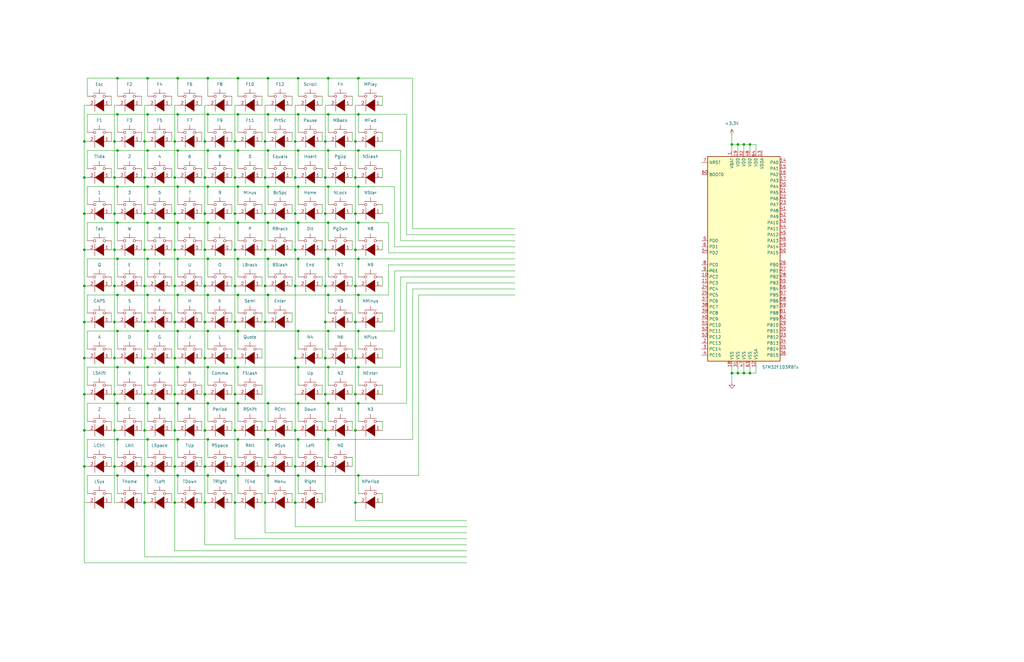
<source format=kicad_sch>
(kicad_sch (version 20211123) (generator eeschema)
  (paper "User" 431.8 279.4)
  (lib_symbols
    (symbol "MCU_ST_STM32F1:STM32F103RBTx"
      (property "Reference" "U" (at -15.24 44.45 0))
      (property "Value" "STM32F103RBTx" (at 10.16 44.45 0))
      (symbol "STM32F103RBTx_1_1"
        (pin power_in line (at -5.08 45.72 270) (length 2.54) (name "VBAT") (number "1"))
        (pin bidirectional line (at -17.78 -7.62 0) (length 2.54) (name "PC2") (number "10"))
        (pin bidirectional line (at -17.78 -10.16 0) (length 2.54) (name "PC3") (number "11"))
        (pin power_in line (at 5.08 -45.72 90) (length 2.54) (name "VSSA") (number "12"))
        (pin power_in line (at 7.62 45.72 270) (length 2.54) (name "VDDA") (number "13"))
        (pin bidirectional line (at 17.78 40.64 180) (length 2.54) (name "PA0") (number "14"))
        (pin bidirectional line (at 17.78 38.1 180) (length 2.54) (name "PA1") (number "15"))
        (pin bidirectional line (at 17.78 35.56 180) (length 2.54) (name "PA2") (number "16"))
        (pin bidirectional line (at 17.78 33.02 180) (length 2.54) (name "PA3") (number "17"))
        (pin power_in line (at -5.08 -45.72 90) (length 2.54) (name "VSS") (number "18"))
        (pin power_in line (at -2.54 45.72 270) (length 2.54) (name "VDD") (number "19"))
        (pin bidirectional line (at -17.78 -35.56 0) (length 2.54) (name "PC13") (number "2"))
        (pin bidirectional line (at 17.78 30.48 180) (length 2.54) (name "PA4") (number "20"))
        (pin bidirectional line (at 17.78 27.94 180) (length 2.54) (name "PA5") (number "21"))
        (pin bidirectional line (at 17.78 25.4 180) (length 2.54) (name "PA6") (number "22"))
        (pin bidirectional line (at 17.78 22.86 180) (length 2.54) (name "PA7") (number "23"))
        (pin bidirectional line (at -17.78 -12.7 0) (length 2.54) (name "PC4") (number "24"))
        (pin bidirectional line (at -17.78 -15.24 0) (length 2.54) (name "PC5") (number "25"))
        (pin bidirectional line (at 17.78 -2.54 180) (length 2.54) (name "PB0") (number "26"))
        (pin bidirectional line (at 17.78 -5.08 180) (length 2.54) (name "PB1") (number "27"))
        (pin bidirectional line (at 17.78 -7.62 180) (length 2.54) (name "PB2") (number "28"))
        (pin bidirectional line (at 17.78 -27.94 180) (length 2.54) (name "PB10") (number "29"))
        (pin bidirectional line (at -17.78 -38.1 0) (length 2.54) (name "PC14") (number "3"))
        (pin bidirectional line (at 17.78 -30.48 180) (length 2.54) (name "PB11") (number "30"))
        (pin power_in line (at -2.54 -45.72 90) (length 2.54) (name "VSS") (number "31"))
        (pin power_in line (at 0 45.72 270) (length 2.54) (name "VDD") (number "32"))
        (pin bidirectional line (at 17.78 -33.02 180) (length 2.54) (name "PB12") (number "33"))
        (pin bidirectional line (at 17.78 -35.56 180) (length 2.54) (name "PB13") (number "34"))
        (pin bidirectional line (at 17.78 -38.1 180) (length 2.54) (name "PB14") (number "35"))
        (pin bidirectional line (at 17.78 -40.64 180) (length 2.54) (name "PB15") (number "36"))
        (pin bidirectional line (at -17.78 -17.78 0) (length 2.54) (name "PC6") (number "37"))
        (pin bidirectional line (at -17.78 -20.32 0) (length 2.54) (name "PC7") (number "38"))
        (pin bidirectional line (at -17.78 -22.86 0) (length 2.54) (name "PC8") (number "39"))
        (pin bidirectional line (at -17.78 -40.64 0) (length 2.54) (name "PC15") (number "4"))
        (pin bidirectional line (at -17.78 -25.4 0) (length 2.54) (name "PC9") (number "40"))
        (pin bidirectional line (at 17.78 20.32 180) (length 2.54) (name "PA8") (number "41"))
        (pin bidirectional line (at 17.78 17.78 180) (length 2.54) (name "PA9") (number "42"))
        (pin bidirectional line (at 17.78 15.24 180) (length 2.54) (name "PA10") (number "43"))
        (pin bidirectional line (at 17.78 12.7 180) (length 2.54) (name "PA11") (number "44"))
        (pin bidirectional line (at 17.78 10.16 180) (length 2.54) (name "PA12") (number "45"))
        (pin bidirectional line (at 17.78 7.62 180) (length 2.54) (name "PA13") (number "46"))
        (pin power_in line (at 0 -45.72 90) (length 2.54) (name "VSS") (number "47"))
        (pin power_in line (at 2.54 45.72 270) (length 2.54) (name "VDD") (number "48"))
        (pin bidirectional line (at 17.78 5.08 180) (length 2.54) (name "PA14") (number "49"))
        (pin input line (at -17.78 7.62 0) (length 2.54) (name "PD0") (number "5"))
        (pin bidirectional line (at 17.78 2.54 180) (length 2.54) (name "PA15") (number "50"))
        (pin bidirectional line (at -17.78 -27.94 0) (length 2.54) (name "PC10") (number "51"))
        (pin bidirectional line (at -17.78 -30.48 0) (length 2.54) (name "PC11") (number "52"))
        (pin bidirectional line (at -17.78 -33.02 0) (length 2.54) (name "PC12") (number "53"))
        (pin bidirectional line (at -17.78 2.54 0) (length 2.54) (name "PD2") (number "54"))
        (pin bidirectional line (at 17.78 -10.16 180) (length 2.54) (name "PB3") (number "55"))
        (pin bidirectional line (at 17.78 -12.7 180) (length 2.54) (name "PB4") (number "56"))
        (pin bidirectional line (at 17.78 -15.24 180) (length 2.54) (name "PB5") (number "57"))
        (pin bidirectional line (at 17.78 -17.78 180) (length 2.54) (name "PB6") (number "58"))
        (pin bidirectional line (at 17.78 -20.32 180) (length 2.54) (name "PB7") (number "59"))
        (pin input line (at -17.78 5.08 0) (length 2.54) (name "PD1") (number "6"))
        (pin input line (at -17.78 35.56 0) (length 2.54) (name "BOOT0") (number "60"))
        (pin bidirectional line (at 17.78 -22.86 180) (length 2.54) (name "PB8") (number "61"))
        (pin bidirectional line (at 17.78 -25.4 180) (length 2.54) (name "PB9") (number "62"))
        (pin power_in line (at 2.54 -45.72 90) (length 2.54) (name "VSS") (number "63"))
        (pin power_in line (at 5.08 45.72 270) (length 2.54) (name "VDD") (number "64"))
        (pin input line (at -17.78 40.64 0) (length 2.54) (name "NRST") (number "7"))
        (pin bidirectional line (at -17.78 -2.54 0) (length 2.54) (name "PC0") (number "8"))
        (pin bidirectional line (at -17.78 -5.08 0) (length 2.54) (name "PC1") (number "9"))
      )
    )
    (symbol "Switch:SW_Push" (pin_numbers hide) (pin_names (offset 1.016) hide)
      (property "Reference" "SW" (at 1.27 2.54 0))
      (property "Value" "SW_Push" (at 0 -1.524 0))
      (symbol "SW_Push_0_1"
        (pin passive line (at -5.08 0 0) (length 2.54) (name "1") (number "1"))
        (pin passive line (at 5.08 0 180) (length 2.54) (name "2") (number "2"))
      )
    )
    (symbol "power:+3.3V" (power) (pin_names (offset 0))
      (property "Value" "+3.3V" (at 0 3.556 0))
      (symbol "+3.3V_1_1"
        (pin power_in line (at 0 0 90) (length 0) hide (name "+3.3V") (number "1"))
      )
    )
    (symbol "power:GND" (power) (pin_names (offset 0))
      (property "Value" "GND" (at 0 -3.81 0))
      (symbol "GND_1_1"
        (pin power_in line (at 0 0 270) (length 0) hide (name "GND") (number "1"))
      )
    )
    (symbol "pspice:DIODE" (pin_names (offset 1.016) hide)
      (property "Reference" "D" (at 0 3.81 0))
      (property "Value" "DIODE" (at 0 -4.445 0))
      (symbol "DIODE_1_1"
        (pin input line (at -5.08 0 0) (length 3.81) (name "K") (number "1"))
        (pin input line (at 5.08 0 180) (length 3.81) (name "A") (number "2"))
      )
    )
  )
  (junction (at 100.33 93.98))
  (junction (at 60.96 105.41))
  (junction (at 138.43 48.26))
  (junction (at 137.16 74.93))
  (junction (at 138.43 154.94))
  (junction (at 100.33 185.42))
  (junction (at 308.61 157.48))
  (junction (at 124.46 105.41))
  (junction (at 48.26 181.61))
  (junction (at 100.33 124.46))
  (junction (at 73.66 135.89))
  (junction (at 60.96 181.61))
  (junction (at 48.26 166.37))
  (junction (at 49.53 139.7))
  (junction (at 125.73 185.42))
  (junction (at 111.76 74.93))
  (junction (at 100.33 170.18))
  (junction (at 113.03 185.42))
  (junction (at 151.13 170.18))
  (junction (at 62.23 200.66))
  (junction (at 137.16 135.89))
  (junction (at 49.53 154.94))
  (junction (at 74.93 109.22))
  (junction (at 35.56 74.93))
  (junction (at 86.36 74.93))
  (junction (at 149.86 74.93))
  (junction (at 138.43 33.02))
  (junction (at 151.13 109.22))
  (junction (at 311.15 157.48))
  (junction (at 124.46 151.13))
  (junction (at 151.13 78.74))
  (junction (at 111.76 196.85))
  (junction (at 86.36 151.13))
  (junction (at 49.53 93.98))
  (junction (at 137.16 181.61))
  (junction (at 316.23 60.96))
  (junction (at 74.93 139.7))
  (junction (at 73.66 120.65))
  (junction (at 74.93 154.94))
  (junction (at 316.23 157.48))
  (junction (at 111.76 90.17))
  (junction (at 86.36 59.69))
  (junction (at 48.26 74.93))
  (junction (at 48.26 151.13))
  (junction (at 111.76 135.89))
  (junction (at 125.73 109.22))
  (junction (at 62.23 48.26))
  (junction (at 113.03 33.02))
  (junction (at 125.73 48.26))
  (junction (at 35.56 120.65))
  (junction (at 124.46 90.17))
  (junction (at 62.23 170.18))
  (junction (at 149.86 59.69))
  (junction (at 125.73 200.66))
  (junction (at 49.53 109.22))
  (junction (at 151.13 63.5))
  (junction (at 74.93 78.74))
  (junction (at 62.23 124.46))
  (junction (at 49.53 124.46))
  (junction (at 151.13 48.26))
  (junction (at 87.63 124.46))
  (junction (at 60.96 59.69))
  (junction (at 151.13 33.02))
  (junction (at 73.66 105.41))
  (junction (at 62.23 154.94))
  (junction (at 151.13 124.46))
  (junction (at 62.23 139.7))
  (junction (at 311.15 60.96))
  (junction (at 73.66 181.61))
  (junction (at 113.03 93.98))
  (junction (at 73.66 59.69))
  (junction (at 62.23 33.02))
  (junction (at 151.13 93.98))
  (junction (at 100.33 48.26))
  (junction (at 100.33 200.66))
  (junction (at 35.56 90.17))
  (junction (at 100.33 154.94))
  (junction (at 137.16 120.65))
  (junction (at 62.23 93.98))
  (junction (at 35.56 151.13))
  (junction (at 113.03 124.46))
  (junction (at 48.26 120.65))
  (junction (at 138.43 185.42))
  (junction (at 137.16 151.13))
  (junction (at 49.53 185.42))
  (junction (at 86.36 196.85))
  (junction (at 86.36 166.37))
  (junction (at 100.33 78.74))
  (junction (at 62.23 78.74))
  (junction (at 48.26 196.85))
  (junction (at 49.53 200.66))
  (junction (at 48.26 90.17))
  (junction (at 149.86 90.17))
  (junction (at 87.63 78.74))
  (junction (at 87.63 93.98))
  (junction (at 60.96 74.93))
  (junction (at 74.93 48.26))
  (junction (at 62.23 63.5))
  (junction (at 125.73 170.18))
  (junction (at 49.53 48.26))
  (junction (at 149.86 105.41))
  (junction (at 74.93 33.02))
  (junction (at 60.96 151.13))
  (junction (at 49.53 170.18))
  (junction (at 149.86 135.89))
  (junction (at 99.06 74.93))
  (junction (at 313.69 60.96))
  (junction (at 113.03 109.22))
  (junction (at 35.56 181.61))
  (junction (at 60.96 90.17))
  (junction (at 149.86 181.61))
  (junction (at 138.43 124.46))
  (junction (at 49.53 78.74))
  (junction (at 125.73 78.74))
  (junction (at 74.93 124.46))
  (junction (at 73.66 166.37))
  (junction (at 149.86 166.37))
  (junction (at 137.16 166.37))
  (junction (at 86.36 212.09))
  (junction (at 111.76 181.61))
  (junction (at 125.73 93.98))
  (junction (at 60.96 120.65))
  (junction (at 111.76 59.69))
  (junction (at 99.06 196.85))
  (junction (at 100.33 139.7))
  (junction (at 86.36 120.65))
  (junction (at 99.06 90.17))
  (junction (at 151.13 200.66))
  (junction (at 35.56 59.69))
  (junction (at 124.46 120.65))
  (junction (at 74.93 170.18))
  (junction (at 60.96 166.37))
  (junction (at 99.06 151.13))
  (junction (at 149.86 120.65))
  (junction (at 87.63 200.66))
  (junction (at 73.66 151.13))
  (junction (at 149.86 212.09))
  (junction (at 73.66 196.85))
  (junction (at 151.13 139.7))
  (junction (at 74.93 200.66))
  (junction (at 99.06 120.65))
  (junction (at 138.43 63.5))
  (junction (at 113.03 200.66))
  (junction (at 111.76 212.09))
  (junction (at 99.06 166.37))
  (junction (at 99.06 59.69))
  (junction (at 35.56 105.41))
  (junction (at 87.63 48.26))
  (junction (at 87.63 63.5))
  (junction (at 35.56 135.89))
  (junction (at 124.46 59.69))
  (junction (at 111.76 120.65))
  (junction (at 151.13 154.94))
  (junction (at 138.43 93.98))
  (junction (at 74.93 63.5))
  (junction (at 137.16 90.17))
  (junction (at 137.16 196.85))
  (junction (at 99.06 135.89))
  (junction (at 48.26 59.69))
  (junction (at 99.06 212.09))
  (junction (at 87.63 154.94))
  (junction (at 86.36 105.41))
  (junction (at 62.23 185.42))
  (junction (at 138.43 170.18))
  (junction (at 137.16 59.69))
  (junction (at 111.76 105.41))
  (junction (at 124.46 196.85))
  (junction (at 124.46 181.61))
  (junction (at 87.63 170.18))
  (junction (at 60.96 212.09))
  (junction (at 137.16 105.41))
  (junction (at 35.56 196.85))
  (junction (at 74.93 93.98))
  (junction (at 100.33 33.02))
  (junction (at 60.96 135.89))
  (junction (at 124.46 74.93))
  (junction (at 100.33 63.5))
  (junction (at 138.43 78.74))
  (junction (at 74.93 185.42))
  (junction (at 100.33 109.22))
  (junction (at 49.53 33.02))
  (junction (at 73.66 74.93))
  (junction (at 125.73 63.5))
  (junction (at 62.23 109.22))
  (junction (at 308.61 60.96))
  (junction (at 125.73 33.02))
  (junction (at 87.63 33.02))
  (junction (at 73.66 90.17))
  (junction (at 113.03 78.74))
  (junction (at 124.46 212.09))
  (junction (at 49.53 63.5))
  (junction (at 87.63 185.42))
  (junction (at 138.43 109.22))
  (junction (at 48.26 135.89))
  (junction (at 86.36 90.17))
  (junction (at 35.56 166.37))
  (junction (at 125.73 139.7))
  (junction (at 149.86 151.13))
  (junction (at 313.69 157.48))
  (junction (at 99.06 181.61))
  (junction (at 48.26 105.41))
  (junction (at 113.03 48.26))
  (junction (at 125.73 154.94))
  (junction (at 113.03 170.18))
  (junction (at 99.06 105.41))
  (junction (at 60.96 196.85))
  (junction (at 138.43 139.7))
  (junction (at 87.63 109.22))
  (junction (at 86.36 135.89))
  (junction (at 113.03 63.5))
  (junction (at 86.36 181.61))
  (junction (at 87.63 139.7))
  (junction (at 73.66 212.09))
  (wire (pts (xy 100.33 63.5) (xy 113.03 63.5)))
  (wire (pts (xy 100.33 48.26) (xy 113.03 48.26)))
  (wire (pts (xy 173.99 33.02) (xy 173.99 96.52)))
  (wire (pts (xy 74.93 93.98) (xy 74.93 101.6)))
  (wire (pts (xy 60.96 234.95) (xy 196.85 234.95)))
  (wire (pts (xy 74.93 181.61) (xy 73.66 181.61)))
  (wire (pts (xy 100.33 59.69) (xy 99.06 59.69)))
  (wire (pts (xy 308.61 60.96) (xy 311.15 60.96)))
  (wire (pts (xy 308.61 154.94) (xy 308.61 157.48)))
  (wire (pts (xy 73.66 105.41) (xy 73.66 120.65)))
  (wire (pts (xy 110.49 71.12) (xy 110.49 74.93)))
  (wire (pts (xy 318.77 157.48) (xy 318.77 154.94)))
  (wire (pts (xy 100.33 93.98) (xy 100.33 101.6)))
  (wire (pts (xy 311.15 157.48) (xy 311.15 154.94)))
  (wire (pts (xy 62.23 124.46) (xy 74.93 124.46)))
  (wire (pts (xy 125.73 185.42) (xy 138.43 185.42)))
  (wire (pts (xy 74.93 185.42) (xy 74.93 193.04)))
  (wire (pts (xy 151.13 105.41) (xy 149.86 105.41)))
  (wire (pts (xy 100.33 109.22) (xy 113.03 109.22)))
  (wire (pts (xy 36.83 109.22) (xy 49.53 109.22)))
  (wire (pts (xy 59.69 71.12) (xy 59.69 74.93)))
  (wire (pts (xy 163.83 106.68) (xy 217.17 106.68)))
  (wire (pts (xy 138.43 170.18) (xy 138.43 177.8)))
  (wire (pts (xy 35.56 59.69) (xy 35.56 74.93)))
  (wire (pts (xy 137.16 59.69) (xy 137.16 74.93)))
  (wire (pts (xy 62.23 109.22) (xy 62.23 116.84)))
  (wire (pts (xy 74.93 78.74) (xy 87.63 78.74)))
  (wire (pts (xy 87.63 166.37) (xy 86.36 166.37)))
  (wire (pts (xy 100.33 135.89) (xy 99.06 135.89)))
  (wire (pts (xy 72.39 101.6) (xy 72.39 105.41)))
  (wire (pts (xy 74.93 93.98) (xy 87.63 93.98)))
  (wire (pts (xy 87.63 109.22) (xy 100.33 109.22)))
  (wire (pts (xy 125.73 154.94) (xy 125.73 162.56)))
  (wire (pts (xy 125.73 170.18) (xy 125.73 177.8)))
  (wire (pts (xy 99.06 166.37) (xy 99.06 181.61)))
  (wire (pts (xy 113.03 63.5) (xy 113.03 71.12)))
  (wire (pts (xy 87.63 109.22) (xy 87.63 116.84)))
  (wire (pts (xy 161.29 116.84) (xy 161.29 120.65)))
  (wire (pts (xy 111.76 105.41) (xy 111.76 120.65)))
  (wire (pts (xy 74.93 33.02) (xy 74.93 40.64)))
  (wire (pts (xy 148.59 71.12) (xy 148.59 74.93)))
  (wire (pts (xy 49.53 170.18) (xy 62.23 170.18)))
  (wire (pts (xy 49.53 78.74) (xy 49.53 86.36)))
  (wire (pts (xy 110.49 177.8) (xy 110.49 181.61)))
  (wire (pts (xy 36.83 63.5) (xy 36.83 71.12)))
  (wire (pts (xy 137.16 120.65) (xy 137.16 135.89)))
  (wire (pts (xy 110.49 132.08) (xy 110.49 135.89)))
  (wire (pts (xy 87.63 139.7) (xy 100.33 139.7)))
  (wire (pts (xy 123.19 86.36) (xy 123.19 90.17)))
  (wire (pts (xy 151.13 212.09) (xy 149.86 212.09)))
  (wire (pts (xy 138.43 48.26) (xy 138.43 55.88)))
  (wire (pts (xy 176.53 200.66) (xy 176.53 124.46)))
  (wire (pts (xy 59.69 162.56) (xy 59.69 166.37)))
  (wire (pts (xy 125.73 78.74) (xy 125.73 86.36)))
  (wire (pts (xy 49.53 154.94) (xy 62.23 154.94)))
  (wire (pts (xy 97.79 193.04) (xy 97.79 196.85)))
  (wire (pts (xy 60.96 212.09) (xy 60.96 234.95)))
  (wire (pts (xy 99.06 212.09) (xy 99.06 227.33)))
  (wire (pts (xy 138.43 139.7) (xy 151.13 139.7)))
  (wire (pts (xy 49.53 151.13) (xy 48.26 151.13)))
  (wire (pts (xy 48.26 90.17) (xy 48.26 105.41)))
  (wire (pts (xy 36.83 151.13) (xy 35.56 151.13)))
  (wire (pts (xy 100.33 151.13) (xy 99.06 151.13)))
  (wire (pts (xy 151.13 63.5) (xy 168.91 63.5)))
  (wire (pts (xy 125.73 48.26) (xy 138.43 48.26)))
  (wire (pts (xy 138.43 78.74) (xy 151.13 78.74)))
  (wire (pts (xy 36.83 170.18) (xy 49.53 170.18)))
  (wire (pts (xy 73.66 74.93) (xy 73.66 90.17)))
  (wire (pts (xy 59.69 116.84) (xy 59.69 120.65)))
  (wire (pts (xy 74.93 139.7) (xy 87.63 139.7)))
  (wire (pts (xy 36.83 48.26) (xy 36.83 55.88)))
  (wire (pts (xy 151.13 170.18) (xy 151.13 177.8)))
  (wire (pts (xy 100.33 78.74) (xy 100.33 86.36)))
  (wire (pts (xy 72.39 208.28) (xy 72.39 212.09)))
  (wire (pts (xy 49.53 48.26) (xy 62.23 48.26)))
  (wire (pts (xy 100.33 124.46) (xy 100.33 132.08)))
  (wire (pts (xy 138.43 151.13) (xy 137.16 151.13)))
  (wire (pts (xy 113.03 212.09) (xy 111.76 212.09)))
  (wire (pts (xy 148.59 101.6) (xy 148.59 105.41)))
  (wire (pts (xy 100.33 139.7) (xy 100.33 147.32)))
  (wire (pts (xy 100.33 185.42) (xy 100.33 193.04)))
  (wire (pts (xy 163.83 93.98) (xy 163.83 106.68)))
  (wire (pts (xy 85.09 147.32) (xy 85.09 151.13)))
  (wire (pts (xy 138.43 166.37) (xy 137.16 166.37)))
  (wire (pts (xy 49.53 139.7) (xy 49.53 147.32)))
  (wire (pts (xy 125.73 154.94) (xy 138.43 154.94)))
  (wire (pts (xy 62.23 109.22) (xy 74.93 109.22)))
  (wire (pts (xy 62.23 124.46) (xy 62.23 132.08)))
  (wire (pts (xy 74.93 124.46) (xy 87.63 124.46)))
  (wire (pts (xy 36.83 212.09) (xy 35.56 212.09)))
  (wire (pts (xy 124.46 90.17) (xy 124.46 105.41)))
  (wire (pts (xy 46.99 177.8) (xy 46.99 181.61)))
  (wire (pts (xy 35.56 181.61) (xy 35.56 196.85)))
  (wire (pts (xy 49.53 185.42) (xy 62.23 185.42)))
  (wire (pts (xy 35.56 196.85) (xy 35.56 237.49)))
  (wire (pts (xy 74.93 33.02) (xy 87.63 33.02)))
  (wire (pts (xy 35.56 166.37) (xy 35.56 181.61)))
  (wire (pts (xy 161.29 177.8) (xy 161.29 181.61)))
  (wire (pts (xy 100.33 166.37) (xy 99.06 166.37)))
  (wire (pts (xy 100.33 48.26) (xy 100.33 55.88)))
  (wire (pts (xy 125.73 185.42) (xy 125.73 193.04)))
  (wire (pts (xy 72.39 132.08) (xy 72.39 135.89)))
  (wire (pts (xy 87.63 124.46) (xy 100.33 124.46)))
  (wire (pts (xy 110.49 147.32) (xy 110.49 151.13)))
  (wire (pts (xy 149.86 219.71) (xy 196.85 219.71)))
  (wire (pts (xy 87.63 135.89) (xy 86.36 135.89)))
  (wire (pts (xy 113.03 48.26) (xy 125.73 48.26)))
  (wire (pts (xy 138.43 181.61) (xy 137.16 181.61)))
  (wire (pts (xy 60.96 120.65) (xy 60.96 135.89)))
  (wire (pts (xy 148.59 162.56) (xy 148.59 166.37)))
  (wire (pts (xy 36.83 33.02) (xy 36.83 40.64)))
  (wire (pts (xy 151.13 135.89) (xy 149.86 135.89)))
  (wire (pts (xy 49.53 200.66) (xy 62.23 200.66)))
  (wire (pts (xy 73.66 151.13) (xy 73.66 166.37)))
  (wire (pts (xy 87.63 185.42) (xy 100.33 185.42)))
  (wire (pts (xy 138.43 196.85) (xy 137.16 196.85)))
  (wire (pts (xy 73.66 196.85) (xy 73.66 212.09)))
  (wire (pts (xy 46.99 132.08) (xy 46.99 135.89)))
  (wire (pts (xy 36.83 124.46) (xy 49.53 124.46)))
  (wire (pts (xy 73.66 44.45) (xy 73.66 59.69)))
  (wire (pts (xy 124.46 105.41) (xy 124.46 120.65)))
  (wire (pts (xy 87.63 78.74) (xy 100.33 78.74)))
  (wire (pts (xy 36.83 105.41) (xy 35.56 105.41)))
  (wire (pts (xy 86.36 74.93) (xy 86.36 90.17)))
  (wire (pts (xy 100.33 93.98) (xy 113.03 93.98)))
  (wire (pts (xy 85.09 132.08) (xy 85.09 135.89)))
  (wire (pts (xy 318.77 60.96) (xy 318.77 63.5)))
  (wire (pts (xy 36.83 154.94) (xy 49.53 154.94)))
  (wire (pts (xy 111.76 224.79) (xy 196.85 224.79)))
  (wire (pts (xy 62.23 139.7) (xy 74.93 139.7)))
  (wire (pts (xy 168.91 63.5) (xy 168.91 101.6)))
  (wire (pts (xy 73.66 120.65) (xy 73.66 135.89)))
  (wire (pts (xy 168.91 116.84) (xy 217.17 116.84)))
  (wire (pts (xy 125.73 93.98) (xy 138.43 93.98)))
  (wire (pts (xy 113.03 78.74) (xy 113.03 86.36)))
  (wire (pts (xy 62.23 48.26) (xy 74.93 48.26)))
  (wire (pts (xy 148.59 40.64) (xy 148.59 44.45)))
  (wire (pts (xy 148.59 177.8) (xy 148.59 181.61)))
  (wire (pts (xy 36.83 63.5) (xy 49.53 63.5)))
  (wire (pts (xy 100.33 200.66) (xy 113.03 200.66)))
  (wire (pts (xy 113.03 93.98) (xy 125.73 93.98)))
  (wire (pts (xy 151.13 33.02) (xy 151.13 40.64)))
  (wire (pts (xy 48.26 74.93) (xy 48.26 90.17)))
  (wire (pts (xy 74.93 139.7) (xy 74.93 147.32)))
  (wire (pts (xy 138.43 33.02) (xy 151.13 33.02)))
  (wire (pts (xy 97.79 101.6) (xy 97.79 105.41)))
  (wire (pts (xy 171.45 119.38) (xy 217.17 119.38)))
  (wire (pts (xy 49.53 170.18) (xy 49.53 177.8)))
  (wire (pts (xy 86.36 181.61) (xy 86.36 196.85)))
  (wire (pts (xy 48.26 196.85) (xy 48.26 212.09)))
  (wire (pts (xy 113.03 200.66) (xy 125.73 200.66)))
  (wire (pts (xy 87.63 185.42) (xy 87.63 193.04)))
  (wire (pts (xy 111.76 74.93) (xy 111.76 90.17)))
  (wire (pts (xy 125.73 166.37) (xy 124.46 166.37)))
  (wire (pts (xy 125.73 33.02) (xy 138.43 33.02)))
  (wire (pts (xy 74.93 109.22) (xy 87.63 109.22)))
  (wire (pts (xy 125.73 139.7) (xy 125.73 147.32)))
  (wire (pts (xy 72.39 177.8) (xy 72.39 181.61)))
  (wire (pts (xy 62.23 166.37) (xy 60.96 166.37)))
  (wire (pts (xy 87.63 200.66) (xy 100.33 200.66)))
  (wire (pts (xy 161.29 162.56) (xy 161.29 166.37)))
  (wire (pts (xy 46.99 193.04) (xy 46.99 196.85)))
  (wire (pts (xy 74.93 200.66) (xy 87.63 200.66)))
  (wire (pts (xy 100.33 124.46) (xy 113.03 124.46)))
  (wire (pts (xy 113.03 200.66) (xy 113.03 208.28)))
  (wire (pts (xy 151.13 78.74) (xy 166.37 78.74)))
  (wire (pts (xy 62.23 78.74) (xy 62.23 86.36)))
  (wire (pts (xy 113.03 185.42) (xy 125.73 185.42)))
  (wire (pts (xy 87.63 93.98) (xy 100.33 93.98)))
  (wire (pts (xy 113.03 93.98) (xy 113.03 101.6)))
  (wire (pts (xy 171.45 99.06) (xy 217.17 99.06)))
  (wire (pts (xy 151.13 139.7) (xy 151.13 147.32)))
  (wire (pts (xy 97.79 208.28) (xy 97.79 212.09)))
  (wire (pts (xy 85.09 193.04) (xy 85.09 196.85)))
  (wire (pts (xy 125.73 90.17) (xy 124.46 90.17)))
  (wire (pts (xy 168.91 154.94) (xy 168.91 116.84)))
  (wire (pts (xy 35.56 237.49) (xy 196.85 237.49)))
  (wire (pts (xy 113.03 33.02) (xy 125.73 33.02)))
  (wire (pts (xy 100.33 33.02) (xy 113.03 33.02)))
  (wire (pts (xy 46.99 40.64) (xy 46.99 44.45)))
  (wire (pts (xy 46.99 101.6) (xy 46.99 105.41)))
  (wire (pts (xy 60.96 166.37) (xy 60.96 181.61)))
  (wire (pts (xy 36.83 78.74) (xy 49.53 78.74)))
  (wire (pts (xy 138.43 139.7) (xy 138.43 147.32)))
  (wire (pts (xy 113.03 59.69) (xy 111.76 59.69)))
  (wire (pts (xy 49.53 33.02) (xy 62.23 33.02)))
  (wire (pts (xy 46.99 55.88) (xy 46.99 59.69)))
  (wire (pts (xy 36.83 196.85) (xy 35.56 196.85)))
  (wire (pts (xy 36.83 154.94) (xy 36.83 162.56)))
  (wire (pts (xy 161.29 132.08) (xy 161.29 135.89)))
  (wire (pts (xy 151.13 154.94) (xy 151.13 162.56)))
  (wire (pts (xy 72.39 116.84) (xy 72.39 120.65)))
  (wire (pts (xy 316.23 157.48) (xy 318.77 157.48)))
  (wire (pts (xy 100.33 185.42) (xy 113.03 185.42)))
  (wire (pts (xy 151.13 124.46) (xy 151.13 132.08)))
  (wire (pts (xy 74.93 185.42) (xy 87.63 185.42)))
  (wire (pts (xy 113.03 135.89) (xy 111.76 135.89)))
  (wire (pts (xy 100.33 74.93) (xy 99.06 74.93)))
  (wire (pts (xy 124.46 59.69) (xy 124.46 74.93)))
  (wire (pts (xy 99.06 74.93) (xy 99.06 90.17)))
  (wire (pts (xy 60.96 90.17) (xy 60.96 105.41)))
  (wire (pts (xy 36.83 200.66) (xy 49.53 200.66)))
  (wire (pts (xy 72.39 162.56) (xy 72.39 166.37)))
  (wire (pts (xy 49.53 63.5) (xy 49.53 71.12)))
  (wire (pts (xy 62.23 170.18) (xy 74.93 170.18)))
  (wire (pts (xy 97.79 177.8) (xy 97.79 181.61)))
  (wire (pts (xy 73.66 212.09) (xy 73.66 232.41)))
  (wire (pts (xy 100.33 200.66) (xy 100.33 208.28)))
  (wire (pts (xy 110.49 208.28) (xy 110.49 212.09)))
  (wire (pts (xy 49.53 154.94) (xy 49.53 162.56)))
  (wire (pts (xy 87.63 200.66) (xy 87.63 208.28)))
  (wire (pts (xy 166.37 104.14) (xy 217.17 104.14)))
  (wire (pts (xy 48.26 151.13) (xy 48.26 166.37)))
  (wire (pts (xy 59.69 208.28) (xy 59.69 212.09)))
  (wire (pts (xy 100.33 78.74) (xy 113.03 78.74)))
  (wire (pts (xy 123.19 55.88) (xy 123.19 59.69)))
  (wire (pts (xy 87.63 48.26) (xy 87.63 55.88)))
  (wire (pts (xy 86.36 212.09) (xy 86.36 229.87)))
  (wire (pts (xy 125.73 170.18) (xy 138.43 170.18)))
  (wire (pts (xy 48.26 166.37) (xy 48.26 181.61)))
  (wire (pts (xy 316.23 157.48) (xy 316.23 154.94)))
  (wire (pts (xy 74.93 78.74) (xy 74.93 86.36)))
  (wire (pts (xy 87.63 93.98) (xy 87.63 101.6)))
  (wire (pts (xy 313.69 157.48) (xy 313.69 154.94)))
  (wire (pts (xy 125.73 200.66) (xy 151.13 200.66)))
  (wire (pts (xy 97.79 40.64) (xy 97.79 44.45)))
  (wire (pts (xy 113.03 44.45) (xy 111.76 44.45)))
  (wire (pts (xy 74.93 74.93) (xy 73.66 74.93)))
  (wire (pts (xy 151.13 59.69) (xy 149.86 59.69)))
  (wire (pts (xy 151.13 63.5) (xy 151.13 71.12)))
  (wire (pts (xy 87.63 63.5) (xy 87.63 71.12)))
  (wire (pts (xy 311.15 60.96) (xy 313.69 60.96)))
  (wire (pts (xy 151.13 93.98) (xy 163.83 93.98)))
  (wire (pts (xy 176.53 124.46) (xy 217.17 124.46)))
  (wire (pts (xy 35.56 105.41) (xy 35.56 120.65)))
  (wire (pts (xy 49.53 135.89) (xy 48.26 135.89)))
  (wire (pts (xy 49.53 120.65) (xy 48.26 120.65)))
  (wire (pts (xy 135.89 193.04) (xy 135.89 196.85)))
  (wire (pts (xy 97.79 86.36) (xy 97.79 90.17)))
  (wire (pts (xy 100.33 196.85) (xy 99.06 196.85)))
  (wire (pts (xy 125.73 139.7) (xy 138.43 139.7)))
  (wire (pts (xy 124.46 222.25) (xy 196.85 222.25)))
  (wire (pts (xy 125.73 120.65) (xy 124.46 120.65)))
  (wire (pts (xy 74.93 44.45) (xy 73.66 44.45)))
  (wire (pts (xy 49.53 109.22) (xy 62.23 109.22)))
  (wire (pts (xy 138.43 185.42) (xy 138.43 193.04)))
  (wire (pts (xy 151.13 170.18) (xy 171.45 170.18)))
  (wire (pts (xy 87.63 48.26) (xy 100.33 48.26)))
  (wire (pts (xy 100.33 109.22) (xy 100.33 116.84)))
  (wire (pts (xy 316.23 60.96) (xy 318.77 60.96)))
  (wire (pts (xy 74.93 166.37) (xy 73.66 166.37)))
  (wire (pts (xy 74.93 59.69) (xy 73.66 59.69)))
  (wire (pts (xy 151.13 33.02) (xy 173.99 33.02)))
  (wire (pts (xy 60.96 74.93) (xy 60.96 90.17)))
  (wire (pts (xy 100.33 154.94) (xy 125.73 154.94)))
  (wire (pts (xy 59.69 40.64) (xy 59.69 44.45)))
  (wire (pts (xy 125.73 33.02) (xy 125.73 40.64)))
  (wire (pts (xy 111.76 212.09) (xy 111.76 224.79)))
  (wire (pts (xy 151.13 124.46) (xy 163.83 124.46)))
  (wire (pts (xy 113.03 196.85) (xy 111.76 196.85)))
  (wire (pts (xy 72.39 147.32) (xy 72.39 151.13)))
  (wire (pts (xy 138.43 93.98) (xy 151.13 93.98)))
  (wire (pts (xy 111.76 196.85) (xy 111.76 212.09)))
  (wire (pts (xy 85.09 40.64) (xy 85.09 44.45)))
  (wire (pts (xy 49.53 105.41) (xy 48.26 105.41)))
  (wire (pts (xy 148.59 132.08) (xy 148.59 135.89)))
  (wire (pts (xy 59.69 147.32) (xy 59.69 151.13)))
  (wire (pts (xy 73.66 232.41) (xy 196.85 232.41)))
  (wire (pts (xy 148.59 86.36) (xy 148.59 90.17)))
  (wire (pts (xy 148.59 193.04) (xy 148.59 196.85)))
  (wire (pts (xy 135.89 177.8) (xy 135.89 181.61)))
  (wire (pts (xy 87.63 120.65) (xy 86.36 120.65)))
  (wire (pts (xy 100.33 170.18) (xy 100.33 177.8)))
  (wire (pts (xy 86.36 196.85) (xy 86.36 212.09)))
  (wire (pts (xy 62.23 151.13) (xy 60.96 151.13)))
  (wire (pts (xy 97.79 162.56) (xy 97.79 166.37)))
  (wire (pts (xy 72.39 86.36) (xy 72.39 90.17)))
  (wire (pts (xy 113.03 105.41) (xy 111.76 105.41)))
  (wire (pts (xy 125.73 212.09) (xy 124.46 212.09)))
  (wire (pts (xy 138.43 44.45) (xy 137.16 44.45)))
  (wire (pts (xy 151.13 154.94) (xy 168.91 154.94)))
  (wire (pts (xy 87.63 78.74) (xy 87.63 86.36)))
  (wire (pts (xy 36.83 124.46) (xy 36.83 132.08)))
  (wire (pts (xy 125.73 44.45) (xy 124.46 44.45)))
  (wire (pts (xy 135.89 71.12) (xy 135.89 74.93)))
  (wire (pts (xy 62.23 196.85) (xy 60.96 196.85)))
  (wire (pts (xy 74.93 48.26) (xy 74.93 55.88)))
  (wire (pts (xy 149.86 74.93) (xy 149.86 90.17)))
  (wire (pts (xy 113.03 48.26) (xy 113.03 55.88)))
  (wire (pts (xy 166.37 139.7) (xy 166.37 114.3)))
  (wire (pts (xy 161.29 147.32) (xy 161.29 151.13)))
  (wire (pts (xy 173.99 121.92) (xy 217.17 121.92)))
  (wire (pts (xy 86.36 151.13) (xy 86.36 166.37)))
  (wire (pts (xy 62.23 154.94) (xy 62.23 162.56)))
  (wire (pts (xy 125.73 105.41) (xy 124.46 105.41)))
  (wire (pts (xy 62.23 154.94) (xy 74.93 154.94)))
  (wire (pts (xy 49.53 109.22) (xy 49.53 116.84)))
  (wire (pts (xy 46.99 116.84) (xy 46.99 120.65)))
  (wire (pts (xy 74.93 48.26) (xy 87.63 48.26)))
  (wire (pts (xy 99.06 120.65) (xy 99.06 135.89)))
  (wire (pts (xy 62.23 59.69) (xy 60.96 59.69)))
  (wire (pts (xy 87.63 33.02) (xy 87.63 40.64)))
  (wire (pts (xy 99.06 59.69) (xy 99.06 74.93)))
  (wire (pts (xy 85.09 101.6) (xy 85.09 105.41)))
  (wire (pts (xy 85.09 86.36) (xy 85.09 90.17)))
  (wire (pts (xy 74.93 109.22) (xy 74.93 116.84)))
  (wire (pts (xy 73.66 166.37) (xy 73.66 181.61)))
  (wire (pts (xy 74.93 151.13) (xy 73.66 151.13)))
  (wire (pts (xy 124.46 44.45) (xy 124.46 59.69)))
  (wire (pts (xy 125.73 74.93) (xy 124.46 74.93)))
  (wire (pts (xy 111.76 59.69) (xy 111.76 74.93)))
  (wire (pts (xy 49.53 48.26) (xy 49.53 55.88)))
  (wire (pts (xy 49.53 44.45) (xy 48.26 44.45)))
  (wire (pts (xy 151.13 166.37) (xy 149.86 166.37)))
  (wire (pts (xy 62.23 181.61) (xy 60.96 181.61)))
  (wire (pts (xy 123.19 208.28) (xy 123.19 212.09)))
  (wire (pts (xy 87.63 151.13) (xy 86.36 151.13)))
  (wire (pts (xy 36.83 185.42) (xy 36.83 193.04)))
  (wire (pts (xy 149.86 105.41) (xy 149.86 120.65)))
  (wire (pts (xy 87.63 154.94) (xy 100.33 154.94)))
  (wire (pts (xy 100.33 154.94) (xy 100.33 162.56)))
  (wire (pts (xy 49.53 200.66) (xy 49.53 208.28)))
  (wire (pts (xy 72.39 71.12) (xy 72.39 74.93)))
  (wire (pts (xy 72.39 55.88) (xy 72.39 59.69)))
  (wire (pts (xy 97.79 132.08) (xy 97.79 135.89)))
  (wire (pts (xy 113.03 109.22) (xy 125.73 109.22)))
  (wire (pts (xy 35.56 44.45) (xy 35.56 59.69)))
  (wire (pts (xy 125.73 109.22) (xy 138.43 109.22)))
  (wire (pts (xy 311.15 60.96) (xy 311.15 63.5)))
  (wire (pts (xy 49.53 93.98) (xy 62.23 93.98)))
  (wire (pts (xy 149.86 44.45) (xy 149.86 59.69)))
  (wire (pts (xy 60.96 196.85) (xy 60.96 212.09)))
  (wire (pts (xy 173.99 185.42) (xy 173.99 121.92)))
  (wire (pts (xy 110.49 55.88) (xy 110.49 59.69)))
  (wire (pts (xy 113.03 170.18) (xy 125.73 170.18)))
  (wire (pts (xy 137.16 151.13) (xy 137.16 166.37)))
  (wire (pts (xy 62.23 212.09) (xy 60.96 212.09)))
  (wire (pts (xy 295.91 114.3) (xy 302.26 114.3)))
  (wire (pts (xy 137.16 105.41) (xy 137.16 120.65)))
  (wire (pts (xy 113.03 63.5) (xy 125.73 63.5)))
  (wire (pts (xy 161.29 101.6) (xy 161.29 105.41)))
  (wire (pts (xy 87.63 154.94) (xy 87.63 162.56)))
  (wire (pts (xy 35.56 90.17) (xy 35.56 105.41)))
  (wire (pts (xy 46.99 71.12) (xy 46.99 74.93)))
  (wire (pts (xy 138.43 90.17) (xy 137.16 90.17)))
  (wire (pts (xy 74.93 154.94) (xy 74.93 162.56)))
  (wire (pts (xy 138.43 170.18) (xy 151.13 170.18)))
  (wire (pts (xy 36.83 93.98) (xy 36.83 101.6)))
  (wire (pts (xy 74.93 63.5) (xy 87.63 63.5)))
  (wire (pts (xy 123.19 71.12) (xy 123.19 74.93)))
  (wire (pts (xy 163.83 111.76) (xy 217.17 111.76)))
  (wire (pts (xy 74.93 170.18) (xy 74.93 177.8)))
  (wire (pts (xy 151.13 48.26) (xy 151.13 55.88)))
  (wire (pts (xy 125.73 63.5) (xy 125.73 71.12)))
  (wire (pts (xy 74.93 63.5) (xy 74.93 71.12)))
  (wire (pts (xy 99.06 105.41) (xy 99.06 120.65)))
  (wire (pts (xy 49.53 196.85) (xy 48.26 196.85)))
  (wire (pts (xy 100.33 170.18) (xy 113.03 170.18)))
  (wire (pts (xy 99.06 44.45) (xy 99.06 59.69)))
  (wire (pts (xy 35.56 151.13) (xy 35.56 166.37)))
  (wire (pts (xy 138.43 120.65) (xy 137.16 120.65)))
  (wire (pts (xy 74.93 212.09) (xy 73.66 212.09)))
  (wire (pts (xy 62.23 90.17) (xy 60.96 90.17)))
  (wire (pts (xy 49.53 166.37) (xy 48.26 166.37)))
  (wire (pts (xy 124.46 196.85) (xy 124.46 212.09)))
  (wire (pts (xy 113.03 78.74) (xy 125.73 78.74)))
  (wire (pts (xy 149.86 120.65) (xy 149.86 135.89)))
  (wire (pts (xy 48.26 105.41) (xy 48.26 120.65)))
  (wire (pts (xy 313.69 157.48) (xy 316.23 157.48)))
  (wire (pts (xy 135.89 40.64) (xy 135.89 44.45)))
  (wire (pts (xy 113.03 181.61) (xy 111.76 181.61)))
  (wire (pts (xy 111.76 90.17) (xy 111.76 105.41)))
  (wire (pts (xy 138.43 105.41) (xy 137.16 105.41)))
  (wire (pts (xy 135.89 101.6) (xy 135.89 105.41)))
  (wire (pts (xy 48.26 59.69) (xy 48.26 74.93)))
  (wire (pts (xy 113.03 124.46) (xy 138.43 124.46)))
  (wire (pts (xy 138.43 63.5) (xy 138.43 71.12)))
  (wire (pts (xy 138.43 109.22) (xy 138.43 116.84)))
  (wire (pts (xy 60.96 59.69) (xy 60.96 74.93)))
  (wire (pts (xy 36.83 139.7) (xy 49.53 139.7)))
  (wire (pts (xy 125.73 151.13) (xy 124.46 151.13)))
  (wire (pts (xy 74.93 105.41) (xy 73.66 105.41)))
  (wire (pts (xy 113.03 120.65) (xy 111.76 120.65)))
  (wire (pts (xy 46.99 86.36) (xy 46.99 90.17)))
  (wire (pts (xy 161.29 86.36) (xy 161.29 90.17)))
  (wire (pts (xy 138.43 74.93) (xy 137.16 74.93)))
  (wire (pts (xy 87.63 139.7) (xy 87.63 147.32)))
  (wire (pts (xy 135.89 86.36) (xy 135.89 90.17)))
  (wire (pts (xy 149.86 166.37) (xy 149.86 181.61)))
  (wire (pts (xy 100.33 44.45) (xy 99.06 44.45)))
  (wire (pts (xy 74.93 200.66) (xy 74.93 208.28)))
  (wire (pts (xy 49.53 124.46) (xy 62.23 124.46)))
  (wire (pts (xy 125.73 181.61) (xy 124.46 181.61)))
  (wire (pts (xy 125.73 63.5) (xy 138.43 63.5)))
  (wire (pts (xy 35.56 135.89) (xy 35.56 151.13)))
  (wire (pts (xy 49.53 212.09) (xy 48.26 212.09)))
  (wire (pts (xy 161.29 55.88) (xy 161.29 59.69)))
  (wire (pts (xy 62.23 185.42) (xy 62.23 193.04)))
  (wire (pts (xy 60.96 151.13) (xy 60.96 166.37)))
  (wire (pts (xy 86.36 229.87) (xy 196.85 229.87)))
  (wire (pts (xy 149.86 59.69) (xy 149.86 74.93)))
  (wire (pts (xy 87.63 63.5) (xy 100.33 63.5)))
  (wire (pts (xy 171.45 170.18) (xy 171.45 119.38)))
  (wire (pts (xy 135.89 147.32) (xy 135.89 151.13)))
  (wire (pts (xy 123.19 116.84) (xy 123.19 120.65)))
  (wire (pts (xy 124.46 120.65) (xy 124.46 151.13)))
  (wire (pts (xy 151.13 200.66) (xy 151.13 208.28)))
  (wire (pts (xy 138.43 185.42) (xy 173.99 185.42)))
  (wire (pts (xy 62.23 93.98) (xy 62.23 101.6)))
  (wire (pts (xy 151.13 93.98) (xy 151.13 101.6)))
  (wire (pts (xy 100.33 90.17) (xy 99.06 90.17)))
  (wire (pts (xy 124.46 74.93) (xy 124.46 90.17)))
  (wire (pts (xy 123.19 101.6) (xy 123.19 105.41)))
  (wire (pts (xy 86.36 44.45) (xy 86.36 59.69)))
  (wire (pts (xy 149.86 212.09) (xy 149.86 219.71)))
  (wire (pts (xy 87.63 59.69) (xy 86.36 59.69)))
  (wire (pts (xy 100.33 181.61) (xy 99.06 181.61)))
  (wire (pts (xy 113.03 90.17) (xy 111.76 90.17)))
  (wire (pts (xy 62.23 135.89) (xy 60.96 135.89)))
  (wire (pts (xy 87.63 170.18) (xy 87.63 177.8)))
  (wire (pts (xy 86.36 59.69) (xy 86.36 74.93)))
  (wire (pts (xy 100.33 33.02) (xy 100.33 40.64)))
  (wire (pts (xy 149.86 135.89) (xy 149.86 151.13)))
  (wire (pts (xy 85.09 162.56) (xy 85.09 166.37)))
  (wire (pts (xy 138.43 154.94) (xy 138.43 162.56)))
  (wire (pts (xy 161.29 208.28) (xy 161.29 212.09)))
  (wire (pts (xy 99.06 151.13) (xy 99.06 166.37)))
  (wire (pts (xy 110.49 193.04) (xy 110.49 196.85)))
  (wire (pts (xy 163.83 124.46) (xy 163.83 111.76)))
  (wire (pts (xy 62.23 185.42) (xy 74.93 185.42)))
  (wire (pts (xy 74.93 124.46) (xy 74.93 132.08)))
  (wire (pts (xy 308.61 157.48) (xy 308.61 161.29)))
  (wire (pts (xy 111.76 181.61) (xy 111.76 196.85)))
  (wire (pts (xy 49.53 90.17) (xy 48.26 90.17)))
  (wire (pts (xy 86.36 90.17) (xy 86.36 105.41)))
  (wire (pts (xy 137.16 196.85) (xy 137.16 212.09)))
  (wire (pts (xy 85.09 55.88) (xy 85.09 59.69)))
  (wire (pts (xy 62.23 48.26) (xy 62.23 55.88)))
  (wire (pts (xy 87.63 44.45) (xy 86.36 44.45)))
  (wire (pts (xy 113.03 124.46) (xy 113.03 132.08)))
  (wire (pts (xy 125.73 196.85) (xy 124.46 196.85)))
  (wire (pts (xy 135.89 162.56) (xy 135.89 166.37)))
  (wire (pts (xy 48.26 135.89) (xy 48.26 151.13)))
  (wire (pts (xy 151.13 139.7) (xy 166.37 139.7)))
  (wire (pts (xy 87.63 196.85) (xy 86.36 196.85)))
  (wire (pts (xy 137.16 74.93) (xy 137.16 90.17)))
  (wire (pts (xy 113.03 170.18) (xy 113.03 177.8)))
  (wire (pts (xy 74.93 196.85) (xy 73.66 196.85)))
  (wire (pts (xy 151.13 120.65) (xy 149.86 120.65)))
  (wire (pts (xy 60.96 44.45) (xy 60.96 59.69)))
  (wire (pts (xy 151.13 151.13) (xy 149.86 151.13)))
  (wire (pts (xy 171.45 48.26) (xy 171.45 99.06)))
  (wire (pts (xy 125.73 59.69) (xy 124.46 59.69)))
  (wire (pts (xy 148.59 147.32) (xy 148.59 151.13)))
  (wire (pts (xy 124.46 151.13) (xy 124.46 181.61)))
  (wire (pts (xy 73.66 181.61) (xy 73.66 196.85)))
  (wire (pts (xy 36.83 166.37) (xy 35.56 166.37)))
  (wire (pts (xy 49.53 33.02) (xy 49.53 40.64)))
  (wire (pts (xy 86.36 120.65) (xy 86.36 135.89)))
  (wire (pts (xy 36.83 185.42) (xy 49.53 185.42)))
  (wire (pts (xy 138.43 63.5) (xy 151.13 63.5)))
  (wire (pts (xy 62.23 33.02) (xy 62.23 40.64)))
  (wire (pts (xy 36.83 59.69) (xy 35.56 59.69)))
  (wire (pts (xy 313.69 60.96) (xy 316.23 60.96)))
  (wire (pts (xy 36.83 90.17) (xy 35.56 90.17)))
  (wire (pts (xy 49.53 78.74) (xy 62.23 78.74)))
  (wire (pts (xy 72.39 193.04) (xy 72.39 196.85)))
  (wire (pts (xy 151.13 90.17) (xy 149.86 90.17)))
  (wire (pts (xy 74.93 135.89) (xy 73.66 135.89)))
  (wire (pts (xy 87.63 181.61) (xy 86.36 181.61)))
  (wire (pts (xy 99.06 181.61) (xy 99.06 196.85)))
  (wire (pts (xy 149.86 151.13) (xy 149.86 166.37)))
  (wire (pts (xy 125.73 48.26) (xy 125.73 55.88)))
  (wire (pts (xy 100.33 212.09) (xy 99.06 212.09)))
  (wire (pts (xy 138.43 109.22) (xy 151.13 109.22)))
  (wire (pts (xy 113.03 109.22) (xy 113.03 116.84)))
  (wire (pts (xy 138.43 154.94) (xy 151.13 154.94)))
  (wire (pts (xy 35.56 74.93) (xy 35.56 90.17)))
  (wire (pts (xy 87.63 105.41) (xy 86.36 105.41)))
  (wire (pts (xy 36.83 170.18) (xy 36.83 177.8)))
  (wire (pts (xy 73.66 90.17) (xy 73.66 105.41)))
  (wire (pts (xy 151.13 48.26) (xy 171.45 48.26)))
  (wire (pts (xy 60.96 105.41) (xy 60.96 120.65)))
  (wire (pts (xy 113.03 74.93) (xy 111.76 74.93)))
  (wire (pts (xy 49.53 124.46) (xy 49.53 132.08)))
  (wire (pts (xy 125.73 200.66) (xy 125.73 208.28)))
  (wire (pts (xy 308.61 60.96) (xy 308.61 63.5)))
  (wire (pts (xy 72.39 40.64) (xy 72.39 44.45)))
  (wire (pts (xy 125.73 93.98) (xy 125.73 101.6)))
  (wire (pts (xy 168.91 101.6) (xy 217.17 101.6)))
  (wire (pts (xy 125.73 109.22) (xy 125.73 116.84)))
  (wire (pts (xy 74.93 120.65) (xy 73.66 120.65)))
  (wire (pts (xy 123.19 40.64) (xy 123.19 44.45)))
  (wire (pts (xy 161.29 40.64) (xy 161.29 44.45)))
  (wire (pts (xy 73.66 59.69) (xy 73.66 74.93)))
  (wire (pts (xy 313.69 60.96) (xy 313.69 63.5)))
  (wire (pts (xy 151.13 109.22) (xy 217.17 109.22)))
  (wire (pts (xy 59.69 55.88) (xy 59.69 59.69)))
  (wire (pts (xy 110.49 86.36) (xy 110.49 90.17)))
  (wire (pts (xy 85.09 208.28) (xy 85.09 212.09)))
  (wire (pts (xy 316.23 60.96) (xy 316.23 63.5)))
  (wire (pts (xy 36.83 44.45) (xy 35.56 44.45)))
  (wire (pts (xy 100.33 120.65) (xy 99.06 120.65)))
  (wire (pts (xy 59.69 132.08) (xy 59.69 135.89)))
  (wire (pts (xy 49.53 59.69) (xy 48.26 59.69)))
  (wire (pts (xy 74.93 154.94) (xy 87.63 154.94)))
  (wire (pts (xy 59.69 86.36) (xy 59.69 90.17)))
  (wire (pts (xy 135.89 208.28) (xy 135.89 212.09)))
  (wire (pts (xy 87.63 170.18) (xy 100.33 170.18)))
  (wire (pts (xy 111.76 135.89) (xy 111.76 181.61)))
  (wire (pts (xy 166.37 114.3) (xy 217.17 114.3)))
  (wire (pts (xy 36.83 74.93) (xy 35.56 74.93)))
  (wire (pts (xy 85.09 71.12) (xy 85.09 74.93)))
  (wire (pts (xy 138.43 48.26) (xy 151.13 48.26)))
  (wire (pts (xy 161.29 71.12) (xy 161.29 74.93)))
  (wire (pts (xy 148.59 116.84) (xy 148.59 120.65)))
  (wire (pts (xy 148.59 55.88) (xy 148.59 59.69)))
  (wire (pts (xy 123.19 193.04) (xy 123.19 196.85)))
  (wire (pts (xy 62.23 105.41) (xy 60.96 105.41)))
  (wire (pts (xy 62.23 44.45) (xy 60.96 44.45)))
  (wire (pts (xy 123.19 177.8) (xy 123.19 181.61)))
  (wire (pts (xy 62.23 63.5) (xy 74.93 63.5)))
  (wire (pts (xy 308.61 57.15) (xy 308.61 60.96)))
  (wire (pts (xy 87.63 212.09) (xy 86.36 212.09)))
  (wire (pts (xy 36.83 109.22) (xy 36.83 116.84)))
  (wire (pts (xy 125.73 78.74) (xy 138.43 78.74)))
  (wire (pts (xy 99.06 135.89) (xy 99.06 151.13)))
  (wire (pts (xy 49.53 181.61) (xy 48.26 181.61)))
  (wire (pts (xy 97.79 116.84) (xy 97.79 120.65)))
  (wire (pts (xy 149.86 90.17) (xy 149.86 105.41)))
  (wire (pts (xy 36.83 78.74) (xy 36.83 86.36)))
  (wire (pts (xy 124.46 181.61) (xy 124.46 196.85)))
  (wire (pts (xy 49.53 93.98) (xy 49.53 101.6)))
  (wire (pts (xy 62.23 200.66) (xy 62.23 208.28)))
  (wire (pts (xy 46.99 147.32) (xy 46.99 151.13)))
  (wire (pts (xy 36.83 120.65) (xy 35.56 120.65)))
  (wire (pts (xy 135.89 116.84) (xy 135.89 120.65)))
  (wire (pts (xy 62.23 200.66) (xy 74.93 200.66)))
  (wire (pts (xy 110.49 116.84) (xy 110.49 120.65)))
  (wire (pts (xy 138.43 78.74) (xy 138.43 86.36)))
  (wire (pts (xy 173.99 96.52) (xy 217.17 96.52)))
  (wire (pts (xy 138.43 33.02) (xy 138.43 40.64)))
  (wire (pts (xy 113.03 33.02) (xy 113.03 40.64)))
  (wire (pts (xy 59.69 177.8) (xy 59.69 181.61)))
  (wire (pts (xy 151.13 78.74) (xy 151.13 86.36)))
  (wire (pts (xy 60.96 181.61) (xy 60.96 196.85)))
  (wire (pts (xy 110.49 40.64) (xy 110.49 44.45)))
  (wire (pts (xy 59.69 101.6) (xy 59.69 105.41)))
  (wire (pts (xy 49.53 63.5) (xy 62.23 63.5)))
  (wire (pts (xy 36.83 48.26) (xy 49.53 48.26)))
  (wire (pts (xy 138.43 59.69) (xy 137.16 59.69)))
  (wire (pts (xy 62.23 170.18) (xy 62.23 177.8)))
  (wire (pts (xy 48.26 181.61) (xy 48.26 196.85)))
  (wire (pts (xy 151.13 74.93) (xy 149.86 74.93)))
  (wire (pts (xy 99.06 90.17) (xy 99.06 105.41)))
  (wire (pts (xy 97.79 71.12) (xy 97.79 74.93)))
  (wire (pts (xy 36.83 181.61) (xy 35.56 181.61)))
  (wire (pts (xy 86.36 105.41) (xy 86.36 120.65)))
  (wire (pts (xy 110.49 162.56) (xy 110.49 166.37)))
  (wire (pts (xy 138.43 124.46) (xy 151.13 124.46)))
  (wire (pts (xy 111.76 44.45) (xy 111.76 59.69)))
  (wire (pts (xy 123.19 132.08) (xy 123.19 135.89)))
  (wire (pts (xy 149.86 181.61) (xy 149.86 212.09)))
  (wire (pts (xy 87.63 74.93) (xy 86.36 74.93)))
  (wire (pts (xy 36.83 93.98) (xy 49.53 93.98)))
  (wire (pts (xy 48.26 120.65) (xy 48.26 135.89)))
  (wire (pts (xy 62.23 63.5) (xy 62.23 71.12)))
  (wire (pts (xy 151.13 200.66) (xy 176.53 200.66)))
  (wire (pts (xy 36.83 135.89) (xy 35.56 135.89)))
  (wire (pts (xy 73.66 135.89) (xy 73.66 151.13)))
  (wire (pts (xy 100.33 105.41) (xy 99.06 105.41)))
  (wire (pts (xy 36.83 139.7) (xy 36.83 147.32)))
  (wire (pts (xy 46.99 162.56) (xy 46.99 166.37)))
  (wire (pts (xy 113.03 185.42) (xy 113.03 193.04)))
  (wire (pts (xy 74.93 170.18) (xy 87.63 170.18)))
  (wire (pts (xy 151.13 109.22) (xy 151.13 116.84)))
  (wire (pts (xy 59.69 193.04) (xy 59.69 196.85)))
  (wire (pts (xy 311.15 157.48) (xy 313.69 157.48)))
  (wire (pts (xy 308.61 157.48) (xy 311.15 157.48)))
  (wire (pts (xy 62.23 74.93) (xy 60.96 74.93)))
  (wire (pts (xy 48.26 44.45) (xy 48.26 59.69)))
  (wire (pts (xy 111.76 120.65) (xy 111.76 135.89)))
  (wire (pts (xy 110.49 101.6) (xy 110.49 105.41)))
  (wire (pts (xy 137.16 135.89) (xy 137.16 151.13)))
  (wire (pts (xy 138.43 93.98) (xy 138.43 101.6)))
  (wire (pts (xy 86.36 166.37) (xy 86.36 181.61)))
  (wire (pts (xy 87.63 33.02) (xy 100.33 33.02)))
  (wire (pts (xy 97.79 147.32) (xy 97.79 151.13)))
  (wire (pts (xy 36.83 33.02) (xy 49.53 33.02)))
  (wire (pts (xy 74.93 90.17) (xy 73.66 90.17)))
  (wire (pts (xy 87.63 124.46) (xy 87.63 132.08)))
  (wire (pts (xy 99.06 227.33) (xy 196.85 227.33)))
  (wire (pts (xy 36.83 200.66) (xy 36.83 208.28)))
  (wire (pts (xy 100.33 139.7) (xy 125.73 139.7)))
  (wire (pts (xy 49.53 74.93) (xy 48.26 74.93)))
  (wire (pts (xy 85.09 116.84) (xy 85.09 120.65)))
  (wire (pts (xy 135.89 55.88) (xy 135.89 59.69)))
  (wire (pts (xy 99.06 196.85) (xy 99.06 212.09)))
  (wire (pts (xy 86.36 135.89) (xy 86.36 151.13)))
  (wire (pts (xy 35.56 120.65) (xy 35.56 135.89)))
  (wire (pts (xy 46.99 208.28) (xy 46.99 212.09)))
  (wire (pts (xy 62.23 33.02) (xy 74.93 33.02)))
  (wire (pts (xy 62.23 93.98) (xy 74.93 93.98)))
  (wire (pts (xy 166.37 78.74) (xy 166.37 104.14)))
  (wire (pts (xy 62.23 139.7) (xy 62.23 147.32)))
  (wire (pts (xy 151.13 44.45) (xy 149.86 44.45)))
  (wire (pts (xy 138.43 135.89) (xy 137.16 135.89)))
  (wire (pts (xy 62.23 120.65) (xy 60.96 120.65)))
  (wire (pts (xy 62.23 78.74) (xy 74.93 78.74)))
  (wire (pts (xy 138.43 124.46) (xy 138.43 132.08)))
  (wire (pts (xy 100.33 63.5) (xy 100.33 71.12)))
  (wire (pts (xy 85.09 177.8) (xy 85.09 181.61)))
  (wire (pts (xy 49.53 139.7) (xy 62.23 139.7)))
  (wire (pts (xy 124.46 212.09) (xy 124.46 222.25)))
  (wire (pts (xy 97.79 55.88) (xy 97.79 59.69)))
  (wire (pts (xy 137.16 181.61) (xy 137.16 196.85)))
  (wire (pts (xy 49.53 185.42) (xy 49.53 193.04)))
  (wire (pts (xy 60.96 135.89) (xy 60.96 151.13)))
  (wire (pts (xy 151.13 181.61) (xy 149.86 181.61)))
  (wire (pts (xy 137.16 166.37) (xy 137.16 181.61)))
  (wire (pts (xy 87.63 90.17) (xy 86.36 90.17)))
  (wire (pts (xy 137.16 44.45) (xy 137.16 59.69)))
  (wire (pts (xy 137.16 90.17) (xy 137.16 105.41)))
  (symbol (lib_id "pspice:DIODE") (at 54.61 105.41 180) (unit 1)
    (property "Reference" "D17" (effects hide))
    (property "Value" "D-W" (effects hide))
    (property "Footprint" "Diode_SMD:D_SOD-123F" (effects hide))
  )
  (symbol (lib_id "Switch:SW_Push") (at 143.51 193.04 0) (unit 1)
    (property "Reference" "sw104" (effects hide))
    (property "Value" "N0" (at 143.51 187.96 0))
    (property "Footprint" "Button_Switch_Keyboard:SW_Cherry_MX_2.00u_PCB" (effects hide))
  )
  (symbol (lib_id "pspice:DIODE") (at 80.01 59.69 180) (unit 1)
    (property "Reference" "D38" (effects hide))
    (property "Value" "D-F7" (effects hide))
    (property "Footprint" "Diode_SMD:D_SOD-123F" (effects hide))
  )
  (symbol (lib_id "pspice:DIODE") (at 143.51 196.85 180) (unit 1)
    (property "Reference" "D104" (effects hide))
    (property "Value" "D-Num0" (effects hide))
    (property "Footprint" "Diode_SMD:D_SOD-123F" (effects hide))
  )
  (symbol (lib_id "pspice:DIODE") (at 92.71 196.85 180) (unit 1)
    (property "Reference" "D59" (effects hide))
    (property "Value" "D-RSpace" (effects hide))
    (property "Footprint" "Diode_SMD:D_SOD-123F" (effects hide))
  )
  (symbol (lib_id "pspice:DIODE") (at 41.91 44.45 180) (unit 1)
    (property "Reference" "D1" (effects hide))
    (property "Value" "D-Esc" (effects hide))
    (property "Footprint" "Diode_SMD:D_SOD-123F" (effects hide))
  )
  (symbol (lib_id "Switch:SW_Push") (at 54.61 132.08 0) (unit 1)
    (property "Reference" "sw19" (effects hide))
    (property "Value" "S" (at 54.61 127 0))
    (property "Footprint" "Button_Switch_Keyboard:SW_Cherry_MX_1.00u_PCB" (effects hide))
  )
  (symbol (lib_id "Switch:SW_Push") (at 41.91 40.64 0) (unit 1)
    (property "Reference" "sw1" (effects hide))
    (property "Value" "Esc" (at 41.91 35.56 0))
    (property "Footprint" "Button_Switch_Keyboard:SW_Cherry_MX_1.00u_PCB" (effects hide))
  )
  (symbol (lib_id "Switch:SW_Push") (at 105.41 177.8 0) (unit 1)
    (property "Reference" "sw70" (effects hide))
    (property "Value" "RShift" (at 105.41 172.72 0))
    (property "Footprint" "Button_Switch_Keyboard:SW_Cherry_MX_1.00u_PCB" (effects hide))
  )
  (symbol (lib_id "Switch:SW_Push") (at 92.71 193.04 0) (unit 1)
    (property "Reference" "sw59" (effects hide))
    (property "Value" "RSpace" (at 92.71 187.96 0))
    (property "Footprint" "Button_Switch_Keyboard:SW_Cherry_MX_2.25u_PCB" (effects hide))
  )
  (symbol (lib_id "pspice:DIODE") (at 143.51 166.37 180) (unit 1)
    (property "Reference" "D102" (effects hide))
    (property "Value" "D-Num2" (effects hide))
    (property "Footprint" "Diode_SMD:D_SOD-123F" (effects hide))
  )
  (symbol (lib_id "Switch:SW_Push") (at 80.01 193.04 0) (unit 1)
    (property "Reference" "sw47" (effects hide))
    (property "Value" "TUp" (at 80.01 187.96 0))
    (property "Footprint" "Button_Switch_Keyboard:SW_Cherry_MX_1.00u_PCB" (effects hide))
  )
  (symbol (lib_id "Switch:SW_Push") (at 130.81 193.04 0) (unit 1)
    (property "Reference" "sw92" (effects hide))
    (property "Value" "Left" (at 130.81 187.96 0))
    (property "Footprint" "Button_Switch_Keyboard:SW_Cherry_MX_1.00u_PCB" (effects hide))
  )
  (symbol (lib_id "Switch:SW_Push") (at 80.01 208.28 0) (unit 1)
    (property "Reference" "sw48" (effects hide))
    (property "Value" "TDown" (at 80.01 203.2 0))
    (property "Footprint" "Button_Switch_Keyboard:SW_Cherry_MX_1.00u_PCB" (effects hide))
  )
  (symbol (lib_id "Switch:SW_Push") (at 105.41 208.28 0) (unit 1)
    (property "Reference" "sw72" (effects hide))
    (property "Value" "TEnd" (at 105.41 203.2 0))
    (property "Footprint" "Button_Switch_Keyboard:SW_Cherry_MX_1.00u_PCB" (effects hide))
  )
  (symbol (lib_id "Switch:SW_Push") (at 67.31 177.8 0) (unit 1)
    (property "Reference" "sw34" (effects hide))
    (property "Value" "B" (at 67.31 172.72 0))
    (property "Footprint" "Button_Switch_Keyboard:SW_Cherry_MX_1.00u_PCB" (effects hide))
  )
  (symbol (lib_id "pspice:DIODE") (at 80.01 90.17 180) (unit 1)
    (property "Reference" "D40" (effects hide))
    (property "Value" "D-7" (effects hide))
    (property "Footprint" "Diode_SMD:D_SOD-123F" (effects hide))
  )
  (symbol (lib_id "Switch:SW_Push") (at 143.51 116.84 0) (unit 1)
    (property "Reference" "sw99" (effects hide))
    (property "Value" "N7" (at 143.51 111.76 0))
    (property "Footprint" "Button_Switch_Keyboard:SW_Cherry_MX_1.00u_PCB" (effects hide))
  )
  (symbol (lib_id "Switch:SW_Push") (at 54.61 208.28 0) (unit 1)
    (property "Reference" "sw24" (effects hide))
    (property "Value" "THome" (at 54.61 203.2 0))
    (property "Footprint" "Button_Switch_Keyboard:SW_Cherry_MX_1.00u_PCB" (effects hide))
  )
  (symbol (lib_id "Switch:SW_Push") (at 41.91 208.28 0) (unit 1)
    (property "Reference" "sw12" (effects hide))
    (property "Value" "LSys" (at 41.91 203.2 0))
    (property "Footprint" "Button_Switch_Keyboard:SW_Cherry_MX_1.25u_PCB" (effects hide))
  )
  (symbol (lib_id "pspice:DIODE") (at 118.11 181.61 180) (unit 1)
    (property "Reference" "D80" (effects hide))
    (property "Value" "D-RCtrl" (effects hide))
    (property "Footprint" "Diode_SMD:D_SOD-123F" (effects hide))
  )
  (symbol (lib_id "Switch:SW_Push") (at 156.21 162.56 0) (unit 1)
    (property "Reference" "sw113" (effects hide))
    (property "Value" "NEnter" (at 156.21 157.48 0))
    (property "Footprint" "Button_Switch_Keyboard:SW_Cherry_MX_2.00u_Vertical_PCB" (effects hide))
  )
  (symbol (lib_id "Switch:SW_Push") (at 130.81 177.8 0) (unit 1)
    (property "Reference" "sw91" (effects hide))
    (property "Value" "Down" (at 130.81 172.72 0))
    (property "Footprint" "Button_Switch_Keyboard:SW_Cherry_MX_1.00u_PCB" (effects hide))
  )
  (symbol (lib_id "pspice:DIODE") (at 105.41 74.93 180) (unit 1)
    (property "Reference" "D63" (effects hide))
    (property "Value" "D-0" (effects hide))
    (property "Footprint" "Diode_SMD:D_SOD-123F" (effects hide))
  )
  (symbol (lib_id "pspice:DIODE") (at 143.51 135.89 180) (unit 1)
    (property "Reference" "D100" (effects hide))
    (property "Value" "D-Num5" (effects hide))
    (property "Footprint" "Diode_SMD:D_SOD-123F" (effects hide))
  )
  (symbol (lib_id "Switch:SW_Push") (at 67.31 208.28 0) (unit 1)
    (property "Reference" "sw36" (effects hide))
    (property "Value" "TLeft" (at 67.31 203.2 0))
    (property "Footprint" "Button_Switch_Keyboard:SW_Cherry_MX_1.00u_PCB" (effects hide))
  )
  (symbol (lib_id "pspice:DIODE") (at 92.71 105.41 180) (unit 1)
    (property "Reference" "D53" (effects hide))
    (property "Value" "D-I" (effects hide))
    (property "Footprint" "Diode_SMD:D_SOD-123F" (effects hide))
  )
  (symbol (lib_id "pspice:DIODE") (at 156.21 59.69 180) (unit 1)
    (property "Reference" "D106" (effects hide))
    (property "Value" "D-mFwd" (effects hide))
    (property "Footprint" "Diode_SMD:D_SOD-123F" (effects hide))
  )
  (symbol (lib_id "Switch:SW_Push") (at 67.31 71.12 0) (unit 1)
    (property "Reference" "sw27" (effects hide))
    (property "Value" "4" (at 67.31 66.04 0))
    (property "Footprint" "Button_Switch_Keyboard:SW_Cherry_MX_1.00u_PCB" (effects hide))
  )
  (symbol (lib_id "pspice:DIODE") (at 92.71 212.09 180) (unit 1)
    (property "Reference" "D60" (effects hide))
    (property "Value" "D-TRight" (effects hide))
    (property "Footprint" "Diode_SMD:D_SOD-123F" (effects hide))
  )
  (symbol (lib_id "pspice:DIODE") (at 41.91 151.13 180) (unit 1)
    (property "Reference" "D8" (effects hide))
    (property "Value" "D-A" (effects hide))
    (property "Footprint" "Diode_SMD:D_SOD-123F" (effects hide))
  )
  (symbol (lib_id "pspice:DIODE") (at 41.91 166.37 180) (unit 1)
    (property "Reference" "D9" (effects hide))
    (property "Value" "D-LShift" (effects hide))
    (property "Footprint" "Diode_SMD:D_SOD-123F" (effects hide))
  )
  (symbol (lib_id "pspice:DIODE") (at 156.21 166.37 180) (unit 1)
    (property "Reference" "D113" (effects hide))
    (property "Value" "D-NumEnter" (effects hide))
    (property "Footprint" "Diode_SMD:D_SOD-123F" (effects hide))
  )
  (symbol (lib_id "Switch:SW_Push") (at 41.91 162.56 0) (unit 1)
    (property "Reference" "sw9" (effects hide))
    (property "Value" "LShift" (at 41.91 157.48 0))
    (property "Footprint" "Button_Switch_Keyboard:SW_Cherry_MX_2.25u_PCB" (effects hide))
  )
  (symbol (lib_id "pspice:DIODE") (at 92.71 181.61 180) (unit 1)
    (property "Reference" "D58" (effects hide))
    (property "Value" "D-." (effects hide))
    (property "Footprint" "Diode_SMD:D_SOD-123F" (effects hide))
  )
  (symbol (lib_id "pspice:DIODE") (at 143.51 105.41 180) (unit 1)
    (property "Reference" "D98" (effects hide))
    (property "Value" "D-PgDwn" (effects hide))
    (property "Footprint" "Diode_SMD:D_SOD-123F" (effects hide))
  )
  (symbol (lib_id "pspice:DIODE") (at 92.71 74.93 180) (unit 1)
    (property "Reference" "D51" (effects hide))
    (property "Value" "D-8" (effects hide))
    (property "Footprint" "Diode_SMD:D_SOD-123F" (effects hide))
  )
  (symbol (lib_id "Switch:SW_Push") (at 41.91 132.08 0) (unit 1)
    (property "Reference" "sw7" (effects hide))
    (property "Value" "CAPS" (at 41.91 127 0))
    (property "Footprint" "Button_Switch_Keyboard:SW_Cherry_MX_1.75u_PCB" (effects hide))
  )
  (symbol (lib_id "pspice:DIODE") (at 54.61 151.13 180) (unit 1)
    (property "Reference" "D20" (effects hide))
    (property "Value" "D-D" (effects hide))
    (property "Footprint" "Diode_SMD:D_SOD-123F" (effects hide))
  )
  (symbol (lib_id "pspice:DIODE") (at 54.61 181.61 180) (unit 1)
    (property "Reference" "D22" (effects hide))
    (property "Value" "D-C" (effects hide))
    (property "Footprint" "Diode_SMD:D_SOD-123F" (effects hide))
  )
  (symbol (lib_id "Switch:SW_Push") (at 54.61 177.8 0) (unit 1)
    (property "Reference" "sw22" (effects hide))
    (property "Value" "C" (at 54.61 172.72 0))
    (property "Footprint" "Button_Switch_Keyboard:SW_Cherry_MX_1.00u_PCB" (effects hide))
  )
  (symbol (lib_id "Switch:SW_Push") (at 67.31 86.36 0) (unit 1)
    (property "Reference" "sw28" (effects hide))
    (property "Value" "5" (at 67.31 81.28 0))
    (property "Footprint" "Button_Switch_Keyboard:SW_Cherry_MX_1.00u_PCB" (effects hide))
  )
  (symbol (lib_id "pspice:DIODE") (at 67.31 196.85 180) (unit 1)
    (property "Reference" "D35" (effects hide))
    (property "Value" "D-LSpace" (effects hide))
    (property "Footprint" "Diode_SMD:D_SOD-123F" (effects hide))
  )
  (symbol (lib_id "Switch:SW_Push") (at 130.81 55.88 0) (unit 1)
    (property "Reference" "sw84" (effects hide))
    (property "Value" "Pause" (at 130.81 50.8 0))
    (property "Footprint" "Button_Switch_Keyboard:SW_Cherry_MX_1.00u_PCB" (effects hide))
  )
  (symbol (lib_id "Switch:SW_Push") (at 54.61 40.64 0) (unit 1)
    (property "Reference" "sw13" (effects hide))
    (property "Value" "F2" (at 54.61 35.56 0))
    (property "Footprint" "Button_Switch_Keyboard:SW_Cherry_MX_1.00u_PCB" (effects hide))
  )
  (symbol (lib_id "pspice:DIODE") (at 143.51 90.17 180) (unit 1)
    (property "Reference" "D97" (effects hide))
    (property "Value" "D-NumLck" (effects hide))
    (property "Footprint" "Diode_SMD:D_SOD-123F" (effects hide))
  )
  (symbol (lib_id "Switch:SW_Push") (at 105.41 193.04 0) (unit 1)
    (property "Reference" "sw71" (effects hide))
    (property "Value" "RAlt" (at 105.41 187.96 0))
    (property "Footprint" "Button_Switch_Keyboard:SW_Cherry_MX_1.25u_PCB" (effects hide))
  )
  (symbol (lib_id "Switch:SW_Push") (at 105.41 40.64 0) (unit 1)
    (property "Reference" "sw61" (effects hide))
    (property "Value" "F10" (at 105.41 35.56 0))
    (property "Footprint" "Button_Switch_Keyboard:SW_Cherry_MX_1.00u_PCB" (effects hide))
  )
  (symbol (lib_id "pspice:DIODE") (at 92.71 59.69 180) (unit 1)
    (property "Reference" "D50" (effects hide))
    (property "Value" "D-F9" (effects hide))
    (property "Footprint" "Diode_SMD:D_SOD-123F" (effects hide))
  )
  (symbol (lib_id "pspice:DIODE") (at 105.41 196.85 180) (unit 1)
    (property "Reference" "D71" (effects hide))
    (property "Value" "D-RAlt" (effects hide))
    (property "Footprint" "Diode_SMD:D_SOD-123F" (effects hide))
  )
  (symbol (lib_id "pspice:DIODE") (at 130.81 90.17 180) (unit 1)
    (property "Reference" "D86" (effects hide))
    (property "Value" "D-Home" (effects hide))
    (property "Footprint" "Diode_SMD:D_SOD-123F" (effects hide))
  )
  (symbol (lib_id "pspice:DIODE") (at 156.21 105.41 180) (unit 1)
    (property "Reference" "D109" (effects hide))
    (property "Value" "D-Num8" (effects hide))
    (property "Footprint" "Diode_SMD:D_SOD-123F" (effects hide))
  )
  (symbol (lib_id "pspice:DIODE") (at 80.01 105.41 180) (unit 1)
    (property "Reference" "D41" (effects hide))
    (property "Value" "D-Y" (effects hide))
    (property "Footprint" "Diode_SMD:D_SOD-123F" (effects hide))
  )
  (symbol (lib_id "pspice:DIODE") (at 130.81 74.93 180) (unit 1)
    (property "Reference" "D85" (effects hide))
    (property "Value" "D-Insert" (effects hide))
    (property "Footprint" "Diode_SMD:D_SOD-123F" (effects hide))
  )
  (symbol (lib_id "Switch:SW_Push") (at 130.81 71.12 0) (unit 1)
    (property "Reference" "sw85" (effects hide))
    (property "Value" "Insert" (at 130.81 66.04 0))
    (property "Footprint" "Button_Switch_Keyboard:SW_Cherry_MX_1.00u_PCB" (effects hide))
  )
  (symbol (lib_id "pspice:DIODE") (at 67.31 135.89 180) (unit 1)
    (property "Reference" "D31" (effects hide))
    (property "Value" "D-F" (effects hide))
    (property "Footprint" "Diode_SMD:D_SOD-123F" (effects hide))
  )
  (symbol (lib_id "Switch:SW_Push") (at 105.41 71.12 0) (unit 1)
    (property "Reference" "sw63" (effects hide))
    (property "Value" "0" (at 105.41 66.04 0))
    (property "Footprint" "Button_Switch_Keyboard:SW_Cherry_MX_1.00u_PCB" (effects hide))
  )
  (symbol (lib_id "power:+3.3V") (at 308.61 57.15 0) (unit 1)
    (property "Reference" "#PWR0102" (effects hide))
    (property "Value" "+3.3V" (at 308.61 52.07 0))
  )
  (symbol (lib_id "pspice:DIODE") (at 130.81 59.69 180) (unit 1)
    (property "Reference" "D84" (effects hide))
    (property "Value" "D-Pause" (effects hide))
    (property "Footprint" "Diode_SMD:D_SOD-123F" (effects hide))
  )
  (symbol (lib_id "pspice:DIODE") (at 130.81 212.09 180) (unit 1)
    (property "Reference" "D93" (effects hide))
    (property "Value" "D-Right" (effects hide))
    (property "Footprint" "Diode_SMD:D_SOD-123F" (effects hide))
  )
  (symbol (lib_id "Switch:SW_Push") (at 54.61 86.36 0) (unit 1)
    (property "Reference" "sw16" (effects hide))
    (property "Value" "3" (at 54.61 81.28 0))
    (property "Footprint" "Button_Switch_Keyboard:SW_Cherry_MX_1.00u_PCB" (effects hide))
  )
  (symbol (lib_id "Switch:SW_Push") (at 118.11 71.12 0) (unit 1)
    (property "Reference" "sw75" (effects hide))
    (property "Value" "Equals" (at 118.11 66.04 0))
    (property "Footprint" "Button_Switch_Keyboard:SW_Cherry_MX_1.00u_PCB" (effects hide))
  )
  (symbol (lib_id "Switch:SW_Push") (at 118.11 116.84 0) (unit 1)
    (property "Reference" "sw78" (effects hide))
    (property "Value" "BSlash" (at 118.11 111.76 0))
    (property "Footprint" "Button_Switch_Keyboard:SW_Cherry_MX_1.50u_PCB" (effects hide))
  )
  (symbol (lib_id "pspice:DIODE") (at 67.31 59.69 180) (unit 1)
    (property "Reference" "D26" (effects hide))
    (property "Value" "D-F5" (effects hide))
    (property "Footprint" "Diode_SMD:D_SOD-123F" (effects hide))
  )
  (symbol (lib_id "pspice:DIODE") (at 54.61 166.37 180) (unit 1)
    (property "Reference" "D21" (effects hide))
    (property "Value" "D-X" (effects hide))
    (property "Footprint" "Diode_SMD:D_SOD-123F" (effects hide))
  )
  (symbol (lib_id "pspice:DIODE") (at 54.61 135.89 180) (unit 1)
    (property "Reference" "D19" (effects hide))
    (property "Value" "D-S" (effects hide))
    (property "Footprint" "Diode_SMD:D_SOD-123F" (effects hide))
  )
  (symbol (lib_id "pspice:DIODE") (at 130.81 151.13 180) (unit 1)
    (property "Reference" "D89" (effects hide))
    (property "Value" "D-Num4" (effects hide))
    (property "Footprint" "Diode_SMD:D_SOD-123F" (effects hide))
  )
  (symbol (lib_id "pspice:DIODE") (at 118.11 59.69 180) (unit 1)
    (property "Reference" "D74" (effects hide))
    (property "Value" "D-PrtSc" (effects hide))
    (property "Footprint" "Diode_SMD:D_SOD-123F" (effects hide))
  )
  (symbol (lib_id "Switch:SW_Push") (at 67.31 40.64 0) (unit 1)
    (property "Reference" "sw25" (effects hide))
    (property "Value" "F4" (at 67.31 35.56 0))
    (property "Footprint" "Button_Switch_Keyboard:SW_Cherry_MX_1.00u_PCB" (effects hide))
  )
  (symbol (lib_id "pspice:DIODE") (at 143.51 181.61 180) (unit 1)
    (property "Reference" "D103" (effects hide))
    (property "Value" "D-Num1" (effects hide))
    (property "Footprint" "Diode_SMD:D_SOD-123F" (effects hide))
  )
  (symbol (lib_id "pspice:DIODE") (at 54.61 90.17 180) (unit 1)
    (property "Reference" "D16" (effects hide))
    (property "Value" "D-3" (effects hide))
    (property "Footprint" "Diode_SMD:D_SOD-123F" (effects hide))
  )
  (symbol (lib_id "pspice:DIODE") (at 156.21 181.61 180) (unit 1)
    (property "Reference" "D114" (effects hide))
    (property "Value" "D-Num3" (effects hide))
    (property "Footprint" "Diode_SMD:D_SOD-123F" (effects hide))
  )
  (symbol (lib_id "Switch:SW_Push") (at 67.31 101.6 0) (unit 1)
    (property "Reference" "sw29" (effects hide))
    (property "Value" "R" (at 67.31 96.52 0))
    (property "Footprint" "Button_Switch_Keyboard:SW_Cherry_MX_1.00u_PCB" (effects hide))
  )
  (symbol (lib_id "Switch:SW_Push") (at 156.21 177.8 0) (unit 1)
    (property "Reference" "sw114" (effects hide))
    (property "Value" "N3" (at 156.21 172.72 0))
    (property "Footprint" "Button_Switch_Keyboard:SW_Cherry_MX_1.00u_PCB" (effects hide))
  )
  (symbol (lib_id "pspice:DIODE") (at 105.41 212.09 180) (unit 1)
    (property "Reference" "D72" (effects hide))
    (property "Value" "D-TEnd" (effects hide))
    (property "Footprint" "Diode_SMD:D_SOD-123F" (effects hide))
  )
  (symbol (lib_id "pspice:DIODE") (at 54.61 59.69 180) (unit 1)
    (property "Reference" "D14" (effects hide))
    (property "Value" "D-F3" (effects hide))
    (property "Footprint" "Diode_SMD:D_SOD-123F" (effects hide))
  )
  (symbol (lib_id "pspice:DIODE") (at 118.11 44.45 180) (unit 1)
    (property "Reference" "D73" (effects hide))
    (property "Value" "D-F12" (effects hide))
    (property "Footprint" "Diode_SMD:D_SOD-123F" (effects hide))
  )
  (symbol (lib_id "Switch:SW_Push") (at 143.51 162.56 0) (unit 1)
    (property "Reference" "sw102" (effects hide))
    (property "Value" "N2" (at 143.51 157.48 0))
    (property "Footprint" "Button_Switch_Keyboard:SW_Cherry_MX_1.00u_PCB" (effects hide))
  )
  (symbol (lib_id "pspice:DIODE") (at 130.81 181.61 180) (unit 1)
    (property "Reference" "D91" (effects hide))
    (property "Value" "D-Down" (effects hide))
    (property "Footprint" "Diode_SMD:D_SOD-123F" (effects hide))
  )
  (symbol (lib_id "pspice:DIODE") (at 156.21 44.45 180) (unit 1)
    (property "Reference" "D105" (effects hide))
    (property "Value" "D-mPlay" (effects hide))
    (property "Footprint" "Diode_SMD:D_SOD-123F" (effects hide))
  )
  (symbol (lib_id "pspice:DIODE") (at 41.91 120.65 180) (unit 1)
    (property "Reference" "D6" (effects hide))
    (property "Value" "D-Q" (effects hide))
    (property "Footprint" "Diode_SMD:D_SOD-123F" (effects hide))
  )
  (symbol (lib_id "Switch:SW_Push") (at 92.71 132.08 0) (unit 1)
    (property "Reference" "sw55" (effects hide))
    (property "Value" "K" (at 92.71 127 0))
    (property "Footprint" "Button_Switch_Keyboard:SW_Cherry_MX_1.00u_PCB" (effects hide))
  )
  (symbol (lib_id "Switch:SW_Push") (at 105.41 132.08 0) (unit 1)
    (property "Reference" "sw67" (effects hide))
    (property "Value" "Semi" (at 105.41 127 0))
    (property "Footprint" "Button_Switch_Keyboard:SW_Cherry_MX_1.00u_PCB" (effects hide))
  )
  (symbol (lib_id "Switch:SW_Push") (at 80.01 86.36 0) (unit 1)
    (property "Reference" "sw40" (effects hide))
    (property "Value" "7" (at 80.01 81.28 0))
    (property "Footprint" "Button_Switch_Keyboard:SW_Cherry_MX_1.00u_PCB" (effects hide))
  )
  (symbol (lib_id "Switch:SW_Push") (at 143.51 86.36 0) (unit 1)
    (property "Reference" "sw97" (effects hide))
    (property "Value" "NLock" (at 143.51 81.28 0))
    (property "Footprint" "Button_Switch_Keyboard:SW_Cherry_MX_1.00u_PCB" (effects hide))
  )
  (symbol (lib_id "Switch:SW_Push") (at 130.81 147.32 0) (unit 1)
    (property "Reference" "sw89" (effects hide))
    (property "Value" "N4" (at 130.81 142.24 0))
    (property "Footprint" "Button_Switch_Keyboard:SW_Cherry_MX_1.00u_PCB" (effects hide))
  )
  (symbol (lib_id "pspice:DIODE") (at 130.81 105.41 180) (unit 1)
    (property "Reference" "D87" (effects hide))
    (property "Value" "D-Dlt" (effects hide))
    (property "Footprint" "Diode_SMD:D_SOD-123F" (effects hide))
  )
  (symbol (lib_id "pspice:DIODE") (at 105.41 166.37 180) (unit 1)
    (property "Reference" "D69" (effects hide))
    (property "Value" "D-/" (effects hide))
    (property "Footprint" "Diode_SMD:D_SOD-123F" (effects hide))
  )
  (symbol (lib_id "pspice:DIODE") (at 130.81 196.85 180) (unit 1)
    (property "Reference" "D92" (effects hide))
    (property "Value" "D-Left" (effects hide))
    (property "Footprint" "Diode_SMD:D_SOD-123F" (effects hide))
  )
  (symbol (lib_id "pspice:DIODE") (at 80.01 166.37 180) (unit 1)
    (property "Reference" "D45" (effects hide))
    (property "Value" "D-N" (effects hide))
    (property "Footprint" "Diode_SMD:D_SOD-123F" (effects hide))
  )
  (symbol (lib_id "Switch:SW_Push") (at 118.11 177.8 0) (unit 1)
    (property "Reference" "sw80" (effects hide))
    (property "Value" "RCtrl" (at 118.11 172.72 0))
    (property "Footprint" "Button_Switch_Keyboard:SW_Cherry_MX_1.25u_PCB" (effects hide))
  )
  (symbol (lib_id "pspice:DIODE") (at 92.71 120.65 180) (unit 1)
    (property "Reference" "D54" (effects hide))
    (property "Value" "D-O" (effects hide))
    (property "Footprint" "Diode_SMD:D_SOD-123F" (effects hide))
  )
  (symbol (lib_id "pspice:DIODE") (at 54.61 212.09 180) (unit 1)
    (property "Reference" "D24" (effects hide))
    (property "Value" "D-THome" (effects hide))
    (property "Footprint" "Diode_SMD:D_SOD-123F" (effects hide))
  )
  (symbol (lib_id "Switch:SW_Push") (at 67.31 55.88 0) (unit 1)
    (property "Reference" "sw26" (effects hide))
    (property "Value" "F5" (at 67.31 50.8 0))
    (property "Footprint" "Button_Switch_Keyboard:SW_Cherry_MX_1.00u_PCB" (effects hide))
  )
  (symbol (lib_id "pspice:DIODE") (at 118.11 105.41 180) (unit 1)
    (property "Reference" "D77" (effects hide))
    (property "Value" "D-]" (effects hide))
    (property "Footprint" "Diode_SMD:D_SOD-123F" (effects hide))
  )
  (symbol (lib_id "pspice:DIODE") (at 54.61 196.85 180) (unit 1)
    (property "Reference" "D23" (effects hide))
    (property "Value" "D-LAlt" (effects hide))
    (property "Footprint" "Diode_SMD:D_SOD-123F" (effects hide))
  )
  (symbol (lib_id "Switch:SW_Push") (at 118.11 132.08 0) (unit 1)
    (property "Reference" "sw79" (effects hide))
    (property "Value" "Enter" (at 118.11 127 0))
    (property "Footprint" "Button_Switch_Keyboard:SW_Cherry_MX_2.25u_PCB" (effects hide))
  )
  (symbol (lib_id "Switch:SW_Push") (at 105.41 116.84 0) (unit 1)
    (property "Reference" "sw66" (effects hide))
    (property "Value" "LBrack" (at 105.41 111.76 0))
    (property "Footprint" "Button_Switch_Keyboard:SW_Cherry_MX_1.00u_PCB" (effects hide))
  )
  (symbol (lib_id "Switch:SW_Push") (at 54.61 116.84 0) (unit 1)
    (property "Reference" "sw18" (effects hide))
    (property "Value" "E" (at 54.61 111.76 0))
    (property "Footprint" "Button_Switch_Keyboard:SW_Cherry_MX_1.00u_PCB" (effects hide))
  )
  (symbol (lib_id "Switch:SW_Push") (at 92.71 71.12 0) (unit 1)
    (property "Reference" "sw51" (effects hide))
    (property "Value" "8" (at 92.71 66.04 0))
    (property "Footprint" "Button_Switch_Keyboard:SW_Cherry_MX_1.00u_PCB" (effects hide))
  )
  (symbol (lib_id "Switch:SW_Push") (at 105.41 86.36 0) (unit 1)
    (property "Reference" "sw64" (effects hide))
    (property "Value" "Minus" (at 105.41 81.28 0))
    (property "Footprint" "Button_Switch_Keyboard:SW_Cherry_MX_1.00u_PCB" (effects hide))
  )
  (symbol (lib_id "Switch:SW_Push") (at 92.71 86.36 0) (unit 1)
    (property "Reference" "sw52" (effects hide))
    (property "Value" "9" (at 92.71 81.28 0))
    (property "Footprint" "Button_Switch_Keyboard:SW_Cherry_MX_1.00u_PCB" (effects hide))
  )
  (symbol (lib_id "pspice:DIODE") (at 118.11 120.65 180) (unit 1)
    (property "Reference" "D78" (effects hide))
    (property "Value" "D-\\" (effects hide))
    (property "Footprint" "Diode_SMD:D_SOD-123F" (effects hide))
  )
  (symbol (lib_id "pspice:DIODE") (at 143.51 74.93 180) (unit 1)
    (property "Reference" "D96" (effects hide))
    (property "Value" "D-PgUp" (effects hide))
    (property "Footprint" "Diode_SMD:D_SOD-123F" (effects hide))
  )
  (symbol (lib_id "Switch:SW_Push") (at 41.91 177.8 0) (unit 1)
    (property "Reference" "sw10" (effects hide))
    (property "Value" "Z" (at 41.91 172.72 0))
    (property "Footprint" "Button_Switch_Keyboard:SW_Cherry_MX_1.00u_PCB" (effects hide))
  )
  (symbol (lib_id "pspice:DIODE") (at 118.11 135.89 180) (unit 1)
    (property "Reference" "D79" (effects hide))
    (property "Value" "D-Enter" (effects hide))
    (property "Footprint" "Diode_SMD:D_SOD-123F" (effects hide))
  )
  (symbol (lib_id "pspice:DIODE") (at 156.21 135.89 180) (unit 1)
    (property "Reference" "D111" (effects hide))
    (property "Value" "D-Num-" (effects hide))
    (property "Footprint" "Diode_SMD:D_SOD-123F" (effects hide))
  )
  (symbol (lib_id "Switch:SW_Push") (at 143.51 71.12 0) (unit 1)
    (property "Reference" "sw96" (effects hide))
    (property "Value" "PgUp" (at 143.51 66.04 0))
    (property "Footprint" "Button_Switch_Keyboard:SW_Cherry_MX_1.00u_PCB" (effects hide))
  )
  (symbol (lib_id "pspice:DIODE") (at 41.91 105.41 180) (unit 1)
    (property "Reference" "D5" (effects hide))
    (property "Value" "D-Tab" (effects hide))
    (property "Footprint" "Diode_SMD:D_SOD-123F" (effects hide))
  )
  (symbol (lib_id "Switch:SW_Push") (at 143.51 132.08 0) (unit 1)
    (property "Reference" "sw100" (effects hide))
    (property "Value" "N5" (at 143.51 127 0))
    (property "Footprint" "Button_Switch_Keyboard:SW_Cherry_MX_1.00u_PCB" (effects hide))
  )
  (symbol (lib_id "Switch:SW_Push") (at 80.01 177.8 0) (unit 1)
    (property "Reference" "sw46" (effects hide))
    (property "Value" "M" (at 80.01 172.72 0))
    (property "Footprint" "Button_Switch_Keyboard:SW_Cherry_MX_1.00u_PCB" (effects hide))
  )
  (symbol (lib_id "pspice:DIODE") (at 41.91 212.09 180) (unit 1)
    (property "Reference" "D12" (effects hide))
    (property "Value" "D-LSys" (effects hide))
    (property "Footprint" "Diode_SMD:D_SOD-123F" (effects hide))
  )
  (symbol (lib_id "pspice:DIODE") (at 41.91 90.17 180) (unit 1)
    (property "Reference" "D4" (effects hide))
    (property "Value" "D-1" (effects hide))
    (property "Footprint" "Diode_SMD:D_SOD-123F" (effects hide))
  )
  (symbol (lib_id "Switch:SW_Push") (at 156.21 71.12 0) (unit 1)
    (property "Reference" "sw107" (effects hide))
    (property "Value" "NSlash" (at 156.21 66.04 0))
    (property "Footprint" "Button_Switch_Keyboard:SW_Cherry_MX_1.00u_PCB" (effects hide))
  )
  (symbol (lib_id "Switch:SW_Push") (at 41.91 147.32 0) (unit 1)
    (property "Reference" "sw8" (effects hide))
    (property "Value" "A" (at 41.91 142.24 0))
    (property "Footprint" "Button_Switch_Keyboard:SW_Cherry_MX_1.00u_PCB" (effects hide))
  )
  (symbol (lib_id "Switch:SW_Push") (at 105.41 55.88 0) (unit 1)
    (property "Reference" "sw62" (effects hide))
    (property "Value" "F11" (at 105.41 50.8 0))
    (property "Footprint" "Button_Switch_Keyboard:SW_Cherry_MX_1.00u_PCB" (effects hide))
  )
  (symbol (lib_id "pspice:DIODE") (at 130.81 120.65 180) (unit 1)
    (property "Reference" "D88" (effects hide))
    (property "Value" "D-End" (effects hide))
    (property "Footprint" "Diode_SMD:D_SOD-123F" (effects hide))
  )
  (symbol (lib_id "Switch:SW_Push") (at 67.31 162.56 0) (unit 1)
    (property "Reference" "sw33" (effects hide))
    (property "Value" "V" (at 67.31 157.48 0))
    (property "Footprint" "Button_Switch_Keyboard:SW_Cherry_MX_1.00u_PCB" (effects hide))
  )
  (symbol (lib_id "pspice:DIODE") (at 80.01 135.89 180) (unit 1)
    (property "Reference" "D43" (effects hide))
    (property "Value" "D-H" (effects hide))
    (property "Footprint" "Diode_SMD:D_SOD-123F" (effects hide))
  )
  (symbol (lib_id "Switch:SW_Push") (at 92.71 208.28 0) (unit 1)
    (property "Reference" "sw60" (effects hide))
    (property "Value" "TRight" (at 92.71 203.2 0))
    (property "Footprint" "Button_Switch_Keyboard:SW_Cherry_MX_1.00u_PCB" (effects hide))
  )
  (symbol (lib_id "pspice:DIODE") (at 156.21 90.17 180) (unit 1)
    (property "Reference" "D108" (effects hide))
    (property "Value" "D-Num*" (effects hide))
    (property "Footprint" "Diode_SMD:D_SOD-123F" (effects hide))
  )
  (symbol (lib_id "Switch:SW_Push") (at 92.71 116.84 0) (unit 1)
    (property "Reference" "sw54" (effects hide))
    (property "Value" "O" (at 92.71 111.76 0))
    (property "Footprint" "Button_Switch_Keyboard:SW_Cherry_MX_1.00u_PCB" (effects hide))
  )
  (symbol (lib_id "pspice:DIODE") (at 130.81 166.37 180) (unit 1)
    (property "Reference" "D90" (effects hide))
    (property "Value" "D-Up" (effects hide))
    (property "Footprint" "Diode_SMD:D_SOD-123F" (effects hide))
  )
  (symbol (lib_id "pspice:DIODE") (at 143.51 120.65 180) (unit 1)
    (property "Reference" "D99" (effects hide))
    (property "Value" "D-Num9" (effects hide))
    (property "Footprint" "Diode_SMD:D_SOD-123F" (effects hide))
  )
  (symbol (lib_id "pspice:DIODE") (at 67.31 90.17 180) (unit 1)
    (property "Reference" "D28" (effects hide))
    (property "Value" "D-5" (effects hide))
    (property "Footprint" "Diode_SMD:D_SOD-123F" (effects hide))
  )
  (symbol (lib_id "Switch:SW_Push") (at 80.01 162.56 0) (unit 1)
    (property "Reference" "sw45" (effects hide))
    (property "Value" "N" (at 80.01 157.48 0))
    (property "Footprint" "Button_Switch_Keyboard:SW_Cherry_MX_1.00u_PCB" (effects hide))
  )
  (symbol (lib_id "Switch:SW_Push") (at 67.31 132.08 0) (unit 1)
    (property "Reference" "sw31" (effects hide))
    (property "Value" "F" (at 67.31 127 0))
    (property "Footprint" "Button_Switch_Keyboard:SW_Cherry_MX_1.00u_PCB" (effects hide))
  )
  (symbol (lib_id "pspice:DIODE") (at 105.41 44.45 180) (unit 1)
    (property "Reference" "D61" (effects hide))
    (property "Value" "D-F10" (effects hide))
    (property "Footprint" "Diode_SMD:D_SOD-123F" (effects hide))
  )
  (symbol (lib_id "Switch:SW_Push") (at 156.21 147.32 0) (unit 1)
    (property "Reference" "sw112" (effects hide))
    (property "Value" "NPlus" (at 156.21 142.24 0))
    (property "Footprint" "Button_Switch_Keyboard:SW_Cherry_MX_2.00u_Vertical_PCB" (effects hide))
  )
  (symbol (lib_id "Switch:SW_Push") (at 130.81 162.56 0) (unit 1)
    (property "Reference" "sw90" (effects hide))
    (property "Value" "Up" (at 130.81 157.48 0))
    (property "Footprint" "Button_Switch_Keyboard:SW_Cherry_MX_1.00u_PCB" (effects hide))
  )
  (symbol (lib_id "pspice:DIODE") (at 143.51 59.69 180) (unit 1)
    (property "Reference" "D95" (effects hide))
    (property "Value" "D-mBack" (effects hide))
    (property "Footprint" "Diode_SMD:D_SOD-123F" (effects hide))
  )
  (symbol (lib_id "pspice:DIODE") (at 105.41 151.13 180) (unit 1)
    (property "Reference" "D68" (effects hide))
    (property "Value" "D-'" (effects hide))
    (property "Footprint" "Diode_SMD:D_SOD-123F" (effects hide))
  )
  (symbol (lib_id "pspice:DIODE") (at 118.11 90.17 180) (unit 1)
    (property "Reference" "D76" (effects hide))
    (property "Value" "D-BcSpc" (effects hide))
    (property "Footprint" "Diode_SMD:D_SOD-123F" (effects hide))
  )
  (symbol (lib_id "pspice:DIODE") (at 143.51 44.45 180) (unit 1)
    (property "Reference" "D94" (effects hide))
    (property "Value" "D-FN" (effects hide))
    (property "Footprint" "Diode_SMD:D_SOD-123F" (effects hide))
  )
  (symbol (lib_id "Switch:SW_Push") (at 118.11 101.6 0) (unit 1)
    (property "Reference" "sw77" (effects hide))
    (property "Value" "RBrack" (at 118.11 96.52 0))
    (property "Footprint" "Button_Switch_Keyboard:SW_Cherry_MX_1.00u_PCB" (effects hide))
  )
  (symbol (lib_id "pspice:DIODE") (at 80.01 151.13 180) (unit 1)
    (property "Reference" "D44" (effects hide))
    (property "Value" "D-J" (effects hide))
    (property "Footprint" "Diode_SMD:D_SOD-123F" (effects hide))
  )
  (symbol (lib_id "pspice:DIODE") (at 156.21 74.93 180) (unit 1)
    (property "Reference" "D107" (effects hide))
    (property "Value" "D-Num/" (effects hide))
    (property "Footprint" "Diode_SMD:D_SOD-123F" (effects hide))
  )
  (symbol (lib_id "Switch:SW_Push") (at 67.31 193.04 0) (unit 1)
    (property "Reference" "sw35" (effects hide))
    (property "Value" "LSpace" (at 67.31 187.96 0))
    (property "Footprint" "Button_Switch_Keyboard:SW_Cherry_MX_2.75u_PCB" (effects hide))
  )
  (symbol (lib_id "pspice:DIODE") (at 92.71 44.45 180) (unit 1)
    (property "Reference" "D49" (effects hide))
    (property "Value" "D-F8" (effects hide))
    (property "Footprint" "Diode_SMD:D_SOD-123F" (effects hide))
  )
  (symbol (lib_id "Switch:SW_Push") (at 156.21 208.28 0) (unit 1)
    (property "Reference" "sw115" (effects hide))
    (property "Value" "NPeriod" (at 156.21 203.2 0))
    (property "Footprint" "Button_Switch_Keyboard:SW_Cherry_MX_1.00u_PCB" (effects hide))
  )
  (symbol (lib_id "pspice:DIODE") (at 67.31 120.65 180) (unit 1)
    (property "Reference" "D30" (effects hide))
    (property "Value" "D-T" (effects hide))
    (property "Footprint" "Diode_SMD:D_SOD-123F" (effects hide))
  )
  (symbol (lib_id "pspice:DIODE") (at 80.01 212.09 180) (unit 1)
    (property "Reference" "D48" (effects hide))
    (property "Value" "D-TDown" (effects hide))
    (property "Footprint" "Diode_SMD:D_SOD-123F" (effects hide))
  )
  (symbol (lib_id "Switch:SW_Push") (at 41.91 55.88 0) (unit 1)
    (property "Reference" "sw2" (effects hide))
    (property "Value" "F1" (at 41.91 50.8 0))
    (property "Footprint" "Button_Switch_Keyboard:SW_Cherry_MX_1.00u_PCB" (effects hide))
  )
  (symbol (lib_id "Switch:SW_Push") (at 156.21 55.88 0) (unit 1)
    (property "Reference" "sw106" (effects hide))
    (property "Value" "MFwd" (at 156.21 50.8 0))
    (property "Footprint" "Button_Switch_Keyboard:SW_Cherry_MX_1.00u_PCB" (effects hide))
  )
  (symbol (lib_id "pspice:DIODE") (at 80.01 120.65 180) (unit 1)
    (property "Reference" "D42" (effects hide))
    (property "Value" "D-U" (effects hide))
    (property "Footprint" "Diode_SMD:D_SOD-123F" (effects hide))
  )
  (symbol (lib_id "Switch:SW_Push") (at 80.01 101.6 0) (unit 1)
    (property "Reference" "sw41" (effects hide))
    (property "Value" "Y" (at 80.01 96.52 0))
    (property "Footprint" "Button_Switch_Keyboard:SW_Cherry_MX_1.00u_PCB" (effects hide))
  )
  (symbol (lib_id "Switch:SW_Push") (at 92.71 40.64 0) (unit 1)
    (property "Reference" "sw49" (effects hide))
    (property "Value" "F8" (at 92.71 35.56 0))
    (property "Footprint" "Button_Switch_Keyboard:SW_Cherry_MX_1.00u_PCB" (effects hide))
  )
  (symbol (lib_id "pspice:DIODE") (at 118.11 74.93 180) (unit 1)
    (property "Reference" "D75" (effects hide))
    (property "Value" "D-=" (effects hide))
    (property "Footprint" "Diode_SMD:D_SOD-123F" (effects hide))
  )
  (symbol (lib_id "pspice:DIODE") (at 80.01 74.93 180) (unit 1)
    (property "Reference" "D39" (effects hide))
    (property "Value" "D-6" (effects hide))
    (property "Footprint" "Diode_SMD:D_SOD-123F" (effects hide))
  )
  (symbol (lib_id "Switch:SW_Push") (at 156.21 40.64 0) (unit 1)
    (property "Reference" "sw105" (effects hide))
    (property "Value" "MPlay" (at 156.21 35.56 0))
    (property "Footprint" "Button_Switch_Keyboard:SW_Cherry_MX_1.00u_PCB" (effects hide))
  )
  (symbol (lib_id "Switch:SW_Push") (at 118.11 208.28 0) (unit 1)
    (property "Reference" "sw82" (effects hide))
    (property "Value" "Menu" (at 118.11 203.2 0))
    (property "Footprint" "Button_Switch_Keyboard:SW_Cherry_MX_1.25u_PCB" (effects hide))
  )
  (symbol (lib_id "pspice:DIODE") (at 92.71 151.13 180) (unit 1)
    (property "Reference" "D56" (effects hide))
    (property "Value" "D-L" (effects hide))
    (property "Footprint" "Diode_SMD:D_SOD-123F" (effects hide))
  )
  (symbol (lib_id "Switch:SW_Push") (at 80.01 55.88 0) (unit 1)
    (property "Reference" "sw38" (effects hide))
    (property "Value" "F7" (at 80.01 50.8 0))
    (property "Footprint" "Button_Switch_Keyboard:SW_Cherry_MX_1.00u_PCB" (effects hide))
  )
  (symbol (lib_id "pspice:DIODE") (at 41.91 181.61 180) (unit 1)
    (property "Reference" "D10" (effects hide))
    (property "Value" "D-Z" (effects hide))
    (property "Footprint" "Diode_SMD:D_SOD-123F" (effects hide))
  )
  (symbol (lib_id "pspice:DIODE") (at 80.01 44.45 180) (unit 1)
    (property "Reference" "D37" (effects hide))
    (property "Value" "D-F6" (effects hide))
    (property "Footprint" "Diode_SMD:D_SOD-123F" (effects hide))
  )
  (symbol (lib_id "pspice:DIODE") (at 156.21 212.09 180) (unit 1)
    (property "Reference" "D115" (effects hide))
    (property "Value" "D-Num." (effects hide))
    (property "Footprint" "Diode_SMD:D_SOD-123F" (effects hide))
  )
  (symbol (lib_id "pspice:DIODE") (at 118.11 196.85 180) (unit 1)
    (property "Reference" "D81" (effects hide))
    (property "Value" "D-RSys" (effects hide))
    (property "Footprint" "Diode_SMD:D_SOD-123F" (effects hide))
  )
  (symbol (lib_id "Switch:SW_Push") (at 92.71 147.32 0) (unit 1)
    (property "Reference" "sw56" (effects hide))
    (property "Value" "L" (at 92.71 142.24 0))
    (property "Footprint" "Button_Switch_Keyboard:SW_Cherry_MX_1.00u_PCB" (effects hide))
  )
  (symbol (lib_id "Switch:SW_Push") (at 54.61 162.56 0) (unit 1)
    (property "Reference" "sw21" (effects hide))
    (property "Value" "X" (at 54.61 157.48 0))
    (property "Footprint" "Button_Switch_Keyboard:SW_Cherry_MX_1.00u_PCB" (effects hide))
  )
  (symbol (lib_id "Switch:SW_Push") (at 143.51 55.88 0) (unit 1)
    (property "Reference" "sw95" (effects hide))
    (property "Value" "MBack" (at 143.51 50.8 0))
    (property "Footprint" "Button_Switch_Keyboard:SW_Cherry_MX_1.00u_PCB" (effects hide))
  )
  (symbol (lib_id "Switch:SW_Push") (at 105.41 101.6 0) (unit 1)
    (property "Reference" "sw65" (effects hide))
    (property "Value" "P" (at 105.41 96.52 0))
    (property "Footprint" "Button_Switch_Keyboard:SW_Cherry_MX_1.00u_PCB" (effects hide))
  )
  (symbol (lib_id "pspice:DIODE") (at 54.61 74.93 180) (unit 1)
    (property "Reference" "D15" (effects hide))
    (property "Value" "D-2" (effects hide))
    (property "Footprint" "Diode_SMD:D_SOD-123F" (effects hide))
  )
  (symbol (lib_id "Switch:SW_Push") (at 54.61 55.88 0) (unit 1)
    (property "Reference" "sw14" (effects hide))
    (property "Value" "F3" (at 54.61 50.8 0))
    (property "Footprint" "Button_Switch_Keyboard:SW_Cherry_MX_1.00u_PCB" (effects hide))
  )
  (symbol (lib_id "Switch:SW_Push") (at 41.91 193.04 0) (unit 1)
    (property "Reference" "sw11" (effects hide))
    (property "Value" "LCtrl" (at 41.91 187.96 0))
    (property "Footprint" "Button_Switch_Keyboard:SW_Cherry_MX_1.25u_PCB" (effects hide))
  )
  (symbol (lib_id "pspice:DIODE") (at 80.01 181.61 180) (unit 1)
    (property "Reference" "D46" (effects hide))
    (property "Value" "D-M" (effects hide))
    (property "Footprint" "Diode_SMD:D_SOD-123F" (effects hide))
  )
  (symbol (lib_id "pspice:DIODE") (at 54.61 120.65 180) (unit 1)
    (property "Reference" "D18" (effects hide))
    (property "Value" "D-E" (effects hide))
    (property "Footprint" "Diode_SMD:D_SOD-123F" (effects hide))
  )
  (symbol (lib_id "Switch:SW_Push") (at 143.51 101.6 0) (unit 1)
    (property "Reference" "sw98" (effects hide))
    (property "Value" "PgDwn" (at 143.51 96.52 0))
    (property "Footprint" "Button_Switch_Keyboard:SW_Cherry_MX_1.00u_PCB" (effects hide))
  )
  (symbol (lib_id "Switch:SW_Push") (at 41.91 116.84 0) (unit 1)
    (property "Reference" "sw6" (effects hide))
    (property "Value" "Q" (at 41.91 111.76 0))
    (property "Footprint" "Button_Switch_Keyboard:SW_Cherry_MX_1.00u_PCB" (effects hide))
  )
  (symbol (lib_id "Switch:SW_Push") (at 118.11 55.88 0) (unit 1)
    (property "Reference" "sw74" (effects hide))
    (property "Value" "PrtSc" (at 118.11 50.8 0))
    (property "Footprint" "Button_Switch_Keyboard:SW_Cherry_MX_1.00u_PCB" (effects hide))
  )
  (symbol (lib_id "pspice:DIODE") (at 67.31 166.37 180) (unit 1)
    (property "Reference" "D33" (effects hide))
    (property "Value" "D-V" (effects hide))
    (property "Footprint" "Diode_SMD:D_SOD-123F" (effects hide))
  )
  (symbol (lib_id "pspice:DIODE") (at 92.71 166.37 180) (unit 1)
    (property "Reference" "D57" (effects hide))
    (property "Value" "D-," (effects hide))
    (property "Footprint" "Diode_SMD:D_SOD-123F" (effects hide))
  )
  (symbol (lib_id "Switch:SW_Push") (at 143.51 40.64 0) (unit 1)
    (property "Reference" "sw94" (effects hide))
    (property "Value" "Fn" (at 143.51 35.56 0))
    (property "Footprint" "Button_Switch_Keyboard:SW_Cherry_MX_1.00u_PCB" (effects hide))
  )
  (symbol (lib_id "Switch:SW_Push") (at 130.81 86.36 0) (unit 1)
    (property "Reference" "sw86" (effects hide))
    (property "Value" "Home" (at 130.81 81.28 0))
    (property "Footprint" "Button_Switch_Keyboard:SW_Cherry_MX_1.00u_PCB" (effects hide))
  )
  (symbol (lib_id "pspice:DIODE") (at 41.91 59.69 180) (unit 1)
    (property "Reference" "D2" (effects hide))
    (property "Value" "D-F1" (effects hide))
    (property "Footprint" "Diode_SMD:D_SOD-123F" (effects hide))
  )
  (symbol (lib_id "pspice:DIODE") (at 118.11 212.09 180) (unit 1)
    (property "Reference" "D82" (effects hide))
    (property "Value" "D-Menu" (effects hide))
    (property "Footprint" "Diode_SMD:D_SOD-123F" (effects hide))
  )
  (symbol (lib_id "pspice:DIODE") (at 41.91 74.93 180) (unit 1)
    (property "Reference" "D3" (effects hide))
    (property "Value" "D-Tilda" (effects hide))
    (property "Footprint" "Diode_SMD:D_SOD-123F" (effects hide))
  )
  (symbol (lib_id "Switch:SW_Push") (at 41.91 101.6 0) (unit 1)
    (property "Reference" "sw5" (effects hide))
    (property "Value" "Tab" (at 41.91 96.52 0))
    (property "Footprint" "Button_Switch_Keyboard:SW_Cherry_MX_1.50u_PCB" (effects hide))
  )
  (symbol (lib_id "Switch:SW_Push") (at 105.41 147.32 0) (unit 1)
    (property "Reference" "sw68" (effects hide))
    (property "Value" "Quote" (at 105.41 142.24 0))
    (property "Footprint" "Button_Switch_Keyboard:SW_Cherry_MX_1.00u_PCB" (effects hide))
  )
  (symbol (lib_id "pspice:DIODE") (at 67.31 105.41 180) (unit 1)
    (property "Reference" "D29" (effects hide))
    (property "Value" "D-R" (effects hide))
    (property "Footprint" "Diode_SMD:D_SOD-123F" (effects hide))
  )
  (symbol (lib_id "pspice:DIODE") (at 41.91 135.89 180) (unit 1)
    (property "Reference" "D7" (effects hide))
    (property "Value" "D-CAPS" (effects hide))
    (property "Footprint" "Diode_SMD:D_SOD-123F" (effects hide))
  )
  (symbol (lib_id "pspice:DIODE") (at 105.41 59.69 180) (unit 1)
    (property "Reference" "D62" (effects hide))
    (property "Value" "D-F11" (effects hide))
    (property "Footprint" "Diode_SMD:D_SOD-123F" (effects hide))
  )
  (symbol (lib_id "Switch:SW_Push") (at 54.61 147.32 0) (unit 1)
    (property "Reference" "sw20" (effects hide))
    (property "Value" "D" (at 54.61 142.24 0))
    (property "Footprint" "Button_Switch_Keyboard:SW_Cherry_MX_1.00u_PCB" (effects hide))
  )
  (symbol (lib_id "pspice:DIODE") (at 143.51 151.13 180) (unit 1)
    (property "Reference" "D101" (effects hide))
    (property "Value" "D-Num6" (effects hide))
    (property "Footprint" "Diode_SMD:D_SOD-123F" (effects hide))
  )
  (symbol (lib_id "pspice:DIODE") (at 105.41 105.41 180) (unit 1)
    (property "Reference" "D65" (effects hide))
    (property "Value" "D-P" (effects hide))
    (property "Footprint" "Diode_SMD:D_SOD-123F" (effects hide))
  )
  (symbol (lib_id "Switch:SW_Push") (at 92.71 162.56 0) (unit 1)
    (property "Reference" "sw57" (effects hide))
    (property "Value" "Comma" (at 92.71 157.48 0))
    (property "Footprint" "Button_Switch_Keyboard:SW_Cherry_MX_1.00u_PCB" (effects hide))
  )
  (symbol (lib_id "Switch:SW_Push") (at 92.71 177.8 0) (unit 1)
    (property "Reference" "sw58" (effects hide))
    (property "Value" "Period" (at 92.71 172.72 0))
    (property "Footprint" "Button_Switch_Keyboard:SW_Cherry_MX_1.00u_PCB" (effects hide))
  )
  (symbol (lib_id "Switch:SW_Push") (at 105.41 162.56 0) (unit 1)
    (property "Reference" "sw69" (effects hide))
    (property "Value" "FSlash" (at 105.41 157.48 0))
    (property "Footprint" "Button_Switch_Keyboard:SW_Cherry_MX_1.00u_PCB" (effects hide))
  )
  (symbol (lib_id "Switch:SW_Push") (at 41.91 71.12 0) (unit 1)
    (property "Reference" "sw3" (effects hide))
    (property "Value" "Tilda" (at 41.91 66.04 0))
    (property "Footprint" "Button_Switch_Keyboard:SW_Cherry_MX_1.00u_PCB" (effects hide))
  )
  (symbol (lib_id "pspice:DIODE") (at 54.61 44.45 180) (unit 1)
    (property "Reference" "D13" (effects hide))
    (property "Value" "D-F2" (effects hide))
    (property "Footprint" "Diode_SMD:D_SOD-123F" (effects hide))
  )
  (symbol (lib_id "Switch:SW_Push") (at 130.81 101.6 0) (unit 1)
    (property "Reference" "sw87" (effects hide))
    (property "Value" "Dlt" (at 130.81 96.52 0))
    (property "Footprint" "Button_Switch_Keyboard:SW_Cherry_MX_1.00u_PCB" (effects hide))
  )
  (symbol (lib_id "Switch:SW_Push") (at 80.01 132.08 0) (unit 1)
    (property "Reference" "sw43" (effects hide))
    (property "Value" "H" (at 80.01 127 0))
    (property "Footprint" "Button_Switch_Keyboard:SW_Cherry_MX_1.00u_PCB" (effects hide))
  )
  (symbol (lib_id "Switch:SW_Push") (at 118.11 86.36 0) (unit 1)
    (property "Reference" "sw76" (effects hide))
    (property "Value" "BcSpc" (at 118.11 81.28 0))
    (property "Footprint" "Button_Switch_Keyboard:SW_Cherry_MX_2.00u_PCB" (effects hide))
  )
  (symbol (lib_id "Switch:SW_Push") (at 130.81 116.84 0) (unit 1)
    (property "Reference" "sw88" (effects hide))
    (property "Value" "End" (at 130.81 111.76 0))
    (property "Footprint" "Button_Switch_Keyboard:SW_Cherry_MX_1.00u_PCB" (effects hide))
  )
  (symbol (lib_id "Switch:SW_Push") (at 156.21 132.08 0) (unit 1)
    (property "Reference" "sw111" (effects hide))
    (property "Value" "NMinus" (at 156.21 127 0))
    (property "Footprint" "Button_Switch_Keyboard:SW_Cherry_MX_1.00u_PCB" (effects hide))
  )
  (symbol (lib_id "pspice:DIODE") (at 156.21 120.65 180) (unit 1)
    (property "Reference" "D110" (effects hide))
    (property "Value" "D-Num9" (effects hide))
    (property "Footprint" "Diode_SMD:D_SOD-123F" (effects hide))
  )
  (symbol (lib_id "pspice:DIODE") (at 67.31 44.45 180) (unit 1)
    (property "Reference" "D25" (effects hide))
    (property "Value" "D-F4" (effects hide))
    (property "Footprint" "Diode_SMD:D_SOD-123F" (effects hide))
  )
  (symbol (lib_id "pspice:DIODE") (at 105.41 135.89 180) (unit 1)
    (property "Reference" "D67" (effects hide))
    (property "Value" "D-;" (effects hide))
    (property "Footprint" "Diode_SMD:D_SOD-123F" (effects hide))
  )
  (symbol (lib_id "Switch:SW_Push") (at 156.21 116.84 0) (unit 1)
    (property "Reference" "sw110" (effects hide))
    (property "Value" "N9" (at 156.21 111.76 0))
    (property "Footprint" "Button_Switch_Keyboard:SW_Cherry_MX_1.00u_PCB" (effects hide))
  )
  (symbol (lib_id "Switch:SW_Push") (at 80.01 147.32 0) (unit 1)
    (property "Reference" "sw44" (effects hide))
    (property "Value" "J" (at 80.01 142.24 0))
    (property "Footprint" "Button_Switch_Keyboard:SW_Cherry_MX_1.00u_PCB" (effects hide))
  )
  (symbol (lib_id "pspice:DIODE") (at 67.31 212.09 180) (unit 1)
    (property "Reference" "D36" (effects hide))
    (property "Value" "D-TLeft" (effects hide))
    (property "Footprint" "Diode_SMD:D_SOD-123F" (effects hide))
  )
  (symbol (lib_id "Switch:SW_Push") (at 156.21 86.36 0) (unit 1)
    (property "Reference" "sw108" (effects hide))
    (property "Value" "NStar" (at 156.21 81.28 0))
    (property "Footprint" "Button_Switch_Keyboard:SW_Cherry_MX_1.00u_PCB" (effects hide))
  )
  (symbol (lib_id "Switch:SW_Push") (at 54.61 71.12 0) (unit 1)
    (property "Reference" "sw15" (effects hide))
    (property "Value" "2" (at 54.61 66.04 0))
    (property "Footprint" "Button_Switch_Keyboard:SW_Cherry_MX_1.00u_PCB" (effects hide))
  )
  (symbol (lib_id "pspice:DIODE") (at 67.31 74.93 180) (unit 1)
    (property "Reference" "D27" (effects hide))
    (property "Value" "D-4" (effects hide))
    (property "Footprint" "Diode_SMD:D_SOD-123F" (effects hide))
  )
  (symbol (lib_id "pspice:DIODE") (at 92.71 135.89 180) (unit 1)
    (property "Reference" "D55" (effects hide))
    (property "Value" "D-K" (effects hide))
    (property "Footprint" "Diode_SMD:D_SOD-123F" (effects hide))
  )
  (symbol (lib_id "pspice:DIODE") (at 67.31 181.61 180) (unit 1)
    (property "Reference" "D34" (effects hide))
    (property "Value" "D-B" (effects hide))
    (property "Footprint" "Diode_SMD:D_SOD-123F" (effects hide))
  )
  (symbol (lib_id "pspice:DIODE") (at 105.41 181.61 180) (unit 1)
    (property "Reference" "D70" (effects hide))
    (property "Value" "D-RShift" (effects hide))
    (property "Footprint" "Diode_SMD:D_SOD-123F" (effects hide))
  )
  (symbol (lib_id "pspice:DIODE") (at 105.41 120.65 180) (unit 1)
    (property "Reference" "D66" (effects hide))
    (property "Value" "D-[" (effects hide))
    (property "Footprint" "Diode_SMD:D_SOD-123F" (effects hide))
  )
  (symbol (lib_id "Switch:SW_Push") (at 41.91 86.36 0) (unit 1)
    (property "Reference" "sw4" (effects hide))
    (property "Value" "1" (at 41.91 81.28 0))
    (property "Footprint" "Button_Switch_Keyboard:SW_Cherry_MX_1.00u_PCB" (effects hide))
  )
  (symbol (lib_id "pspice:DIODE") (at 105.41 90.17 180) (unit 1)
    (property "Reference" "D64" (effects hide))
    (property "Value" "D--" (effects hide))
    (property "Footprint" "Diode_SMD:D_SOD-123F" (effects hide))
  )
  (symbol (lib_id "Switch:SW_Push") (at 143.51 147.32 0) (unit 1)
    (property "Reference" "sw101" (effects hide))
    (property "Value" "N6" (at 143.51 142.24 0))
    (property "Footprint" "Button_Switch_Keyboard:SW_Cherry_MX_1.00u_PCB" (effects hide))
  )
  (symbol (lib_id "Switch:SW_Push") (at 118.11 193.04 0) (unit 1)
    (property "Reference" "sw81" (effects hide))
    (property "Value" "RSys" (at 118.11 187.96 0))
    (property "Footprint" "Button_Switch_Keyboard:SW_Cherry_MX_1.25u_PCB" (effects hide))
  )
  (symbol (lib_id "Switch:SW_Push") (at 118.11 40.64 0) (unit 1)
    (property "Reference" "sw73" (effects hide))
    (property "Value" "F12" (at 118.11 35.56 0))
    (property "Footprint" "Button_Switch_Keyboard:SW_Cherry_MX_1.00u_PCB" (effects hide))
  )
  (symbol (lib_id "Switch:SW_Push") (at 80.01 71.12 0) (unit 1)
    (property "Reference" "sw39" (effects hide))
    (property "Value" "6" (at 80.01 66.04 0))
    (property "Footprint" "Button_Switch_Keyboard:SW_Cherry_MX_1.00u_PCB" (effects hide))
  )
  (symbol (lib_id "Switch:SW_Push") (at 67.31 116.84 0) (unit 1)
    (property "Reference" "sw30" (effects hide))
    (property "Value" "T" (at 67.31 111.76 0))
    (property "Footprint" "Button_Switch_Keyboard:SW_Cherry_MX_1.00u_PCB" (effects hide))
  )
  (symbol (lib_id "Switch:SW_Push") (at 92.71 101.6 0) (unit 1)
    (property "Reference" "sw53" (effects hide))
    (property "Value" "I" (at 92.71 96.52 0))
    (property "Footprint" "Button_Switch_Keyboard:SW_Cherry_MX_1.00u_PCB" (effects hide))
  )
  (symbol (lib_id "pspice:DIODE") (at 130.81 44.45 180) (unit 1)
    (property "Reference" "D83" (effects hide))
    (property "Value" "D-ScrLck" (effects hide))
    (property "Footprint" "Diode_SMD:D_SOD-123F" (effects hide))
  )
  (symbol (lib_id "Switch:SW_Push") (at 143.51 177.8 0) (unit 1)
    (property "Reference" "sw103" (effects hide))
    (property "Value" "N1" (at 143.51 172.72 0))
    (property "Footprint" "Button_Switch_Keyboard:SW_Cherry_MX_1.00u_PCB" (effects hide))
  )
  (symbol (lib_id "Switch:SW_Push") (at 54.61 101.6 0) (unit 1)
    (property "Reference" "sw17" (effects hide))
    (property "Value" "W" (at 54.61 96.52 0))
    (property "Footprint" "Button_Switch_Keyboard:SW_Cherry_MX_1.00u_PCB" (effects hide))
  )
  (symbol (lib_id "MCU_ST_STM32F1:STM32F103RBTx") (at 313.69 109.22 0) (unit 1)
    (property "Reference" "MCU1" (effects hide))
    (property "Value" "STM32F103RBTx" (at 321.31 154.94 0) (effects (justify left)))
    (property "Footprint" "Package_QFP:LQFP-64_10x10mm_P0.5mm" (effects hide))
    (property "Datasheet" "http://www.st.com/st-web-ui/static/active/en/resource/technical/document/datasheet/CD00161566.pdf" (effects hide))
  )
  (symbol (lib_id "Switch:SW_Push") (at 54.61 193.04 0) (unit 1)
    (property "Reference" "sw23" (effects hide))
    (property "Value" "LAlt" (at 54.61 187.96 0))
    (property "Footprint" "Button_Switch_Keyboard:SW_Cherry_MX_1.25u_PCB" (effects hide))
  )
  (symbol (lib_id "pspice:DIODE") (at 41.91 196.85 180) (unit 1)
    (property "Reference" "D11" (effects hide))
    (property "Value" "D-LCtrl" (effects hide))
    (property "Footprint" "Diode_SMD:D_SOD-123F" (effects hide))
  )
  (symbol (lib_id "Switch:SW_Push") (at 67.31 147.32 0) (unit 1)
    (property "Reference" "sw32" (effects hide))
    (property "Value" "G" (at 67.31 142.24 0))
    (property "Footprint" "Button_Switch_Keyboard:SW_Cherry_MX_1.00u_PCB" (effects hide))
  )
  (symbol (lib_id "pspice:DIODE") (at 92.71 90.17 180) (unit 1)
    (property "Reference" "D52" (effects hide))
    (property "Value" "D-9" (effects hide))
    (property "Footprint" "Diode_SMD:D_SOD-123F" (effects hide))
  )
  (symbol (lib_id "power:GND") (at 308.61 161.29 0) (unit 1)
    (property "Reference" "#PWR0101" (effects hide))
    (property "Value" "GND" (effects hide))
  )
  (symbol (lib_id "pspice:DIODE") (at 67.31 151.13 180) (unit 1)
    (property "Reference" "D32" (effects hide))
    (property "Value" "D-G" (effects hide))
    (property "Footprint" "Diode_SMD:D_SOD-123F" (effects hide))
  )
  (symbol (lib_id "pspice:DIODE") (at 156.21 151.13 180) (unit 1)
    (property "Reference" "D112" (effects hide))
    (property "Value" "D-Num+" (effects hide))
    (property "Footprint" "Diode_SMD:D_SOD-123F" (effects hide))
  )
  (symbol (lib_id "Switch:SW_Push") (at 80.01 40.64 0) (unit 1)
    (property "Reference" "sw37" (effects hide))
    (property "Value" "F6" (at 80.01 35.56 0))
    (property "Footprint" "Button_Switch_Keyboard:SW_Cherry_MX_1.00u_PCB" (effects hide))
  )
  (symbol (lib_id "Switch:SW_Push") (at 156.21 101.6 0) (unit 1)
    (property "Reference" "sw109" (effects hide))
    (property "Value" "N8" (at 156.21 96.52 0))
    (property "Footprint" "Button_Switch_Keyboard:SW_Cherry_MX_1.00u_PCB" (effects hide))
  )
  (symbol (lib_id "pspice:DIODE") (at 80.01 196.85 180) (unit 1)
    (property "Reference" "D47" (effects hide))
    (property "Value" "D-TUp" (effects hide))
    (property "Footprint" "Diode_SMD:D_SOD-123F" (effects hide))
  )
  (symbol (lib_id "Switch:SW_Push") (at 80.01 116.84 0) (unit 1)
    (property "Reference" "sw42" (effects hide))
    (property "Value" "U" (at 80.01 111.76 0))
    (property "Footprint" "Button_Switch_Keyboard:SW_Cherry_MX_1.00u_PCB" (effects hide))
  )
  (symbol (lib_id "Switch:SW_Push") (at 130.81 40.64 0) (unit 1)
    (property "Reference" "sw83" (effects hide))
    (property "Value" "Scroll" (at 130.81 35.56 0))
    (property "Footprint" "Button_Switch_Keyboard:SW_Cherry_MX_1.00u_PCB" (effects hide))
  )
  (symbol (lib_id "Switch:SW_Push") (at 92.71 55.88 0) (unit 1)
    (property "Reference" "sw50" (effects hide))
    (property "Value" "F9" (at 92.71 50.8 0))
    (property "Footprint" "Button_Switch_Keyboard:SW_Cherry_MX_1.00u_PCB" (effects hide))
  )
  (symbol (lib_id "Switch:SW_Push") (at 130.81 208.28 0) (unit 1)
    (property "Reference" "sw93" (effects hide))
    (property "Value" "Right" (at 130.81 203.2 0))
    (property "Footprint" "Button_Switch_Keyboard:SW_Cherry_MX_1.00u_PCB" (effects hide))
  )
)
</source>
